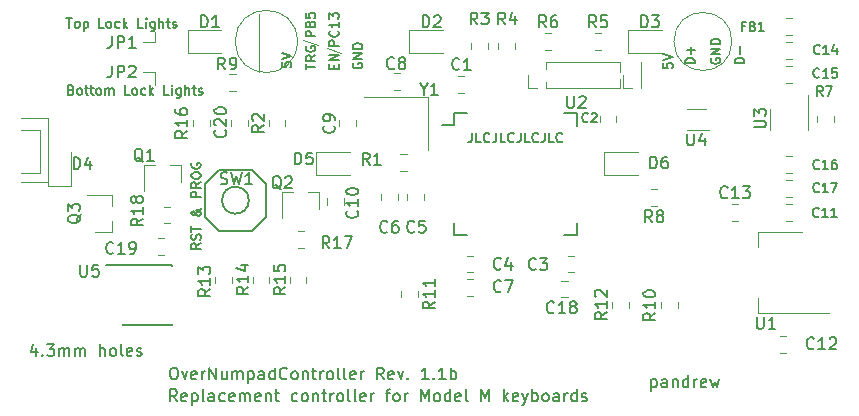
<source format=gbr>
%TF.GenerationSoftware,KiCad,Pcbnew,5.1.6+dfsg1-1~bpo10+1*%
%TF.CreationDate,2021-04-22T00:57:50+03:00*%
%TF.ProjectId,controller,636f6e74-726f-46c6-9c65-722e6b696361,rev?*%
%TF.SameCoordinates,PX3cfccb0PYa197300*%
%TF.FileFunction,Legend,Top*%
%TF.FilePolarity,Positive*%
%FSLAX46Y46*%
G04 Gerber Fmt 4.6, Leading zero omitted, Abs format (unit mm)*
G04 Created by KiCad (PCBNEW 5.1.6+dfsg1-1~bpo10+1) date 2021-04-22 00:57:50*
%MOMM*%
%LPD*%
G01*
G04 APERTURE LIST*
%ADD10C,0.150000*%
%ADD11C,0.120000*%
G04 APERTURE END LIST*
D10*
X15271904Y17468096D02*
X14890952Y17201429D01*
X15271904Y17010953D02*
X14471904Y17010953D01*
X14471904Y17315715D01*
X14510000Y17391905D01*
X14548095Y17430000D01*
X14624285Y17468096D01*
X14738571Y17468096D01*
X14814761Y17430000D01*
X14852857Y17391905D01*
X14890952Y17315715D01*
X14890952Y17010953D01*
X15233809Y17772858D02*
X15271904Y17887143D01*
X15271904Y18077620D01*
X15233809Y18153810D01*
X15195714Y18191905D01*
X15119523Y18230000D01*
X15043333Y18230000D01*
X14967142Y18191905D01*
X14929047Y18153810D01*
X14890952Y18077620D01*
X14852857Y17925239D01*
X14814761Y17849048D01*
X14776666Y17810953D01*
X14700476Y17772858D01*
X14624285Y17772858D01*
X14548095Y17810953D01*
X14510000Y17849048D01*
X14471904Y17925239D01*
X14471904Y18115715D01*
X14510000Y18230000D01*
X14471904Y18458572D02*
X14471904Y18915715D01*
X15271904Y18687143D02*
X14471904Y18687143D01*
X15271904Y20439524D02*
X15271904Y20401429D01*
X15233809Y20325239D01*
X15119523Y20210953D01*
X14890952Y20020477D01*
X14776666Y19944286D01*
X14662380Y19906191D01*
X14586190Y19906191D01*
X14510000Y19944286D01*
X14471904Y20020477D01*
X14471904Y20058572D01*
X14510000Y20134762D01*
X14586190Y20172858D01*
X14624285Y20172858D01*
X14700476Y20134762D01*
X14738571Y20096667D01*
X14890952Y19868096D01*
X14929047Y19830000D01*
X15005238Y19791905D01*
X15119523Y19791905D01*
X15195714Y19830000D01*
X15233809Y19868096D01*
X15271904Y19944286D01*
X15271904Y20058572D01*
X15233809Y20134762D01*
X15195714Y20172858D01*
X15043333Y20287143D01*
X14929047Y20325239D01*
X14852857Y20325239D01*
X15271904Y21391905D02*
X14471904Y21391905D01*
X14471904Y21696667D01*
X14510000Y21772858D01*
X14548095Y21810953D01*
X14624285Y21849048D01*
X14738571Y21849048D01*
X14814761Y21810953D01*
X14852857Y21772858D01*
X14890952Y21696667D01*
X14890952Y21391905D01*
X15271904Y22649048D02*
X14890952Y22382381D01*
X15271904Y22191905D02*
X14471904Y22191905D01*
X14471904Y22496667D01*
X14510000Y22572858D01*
X14548095Y22610953D01*
X14624285Y22649048D01*
X14738571Y22649048D01*
X14814761Y22610953D01*
X14852857Y22572858D01*
X14890952Y22496667D01*
X14890952Y22191905D01*
X14471904Y23144286D02*
X14471904Y23296667D01*
X14510000Y23372858D01*
X14586190Y23449048D01*
X14738571Y23487143D01*
X15005238Y23487143D01*
X15157619Y23449048D01*
X15233809Y23372858D01*
X15271904Y23296667D01*
X15271904Y23144286D01*
X15233809Y23068096D01*
X15157619Y22991905D01*
X15005238Y22953810D01*
X14738571Y22953810D01*
X14586190Y22991905D01*
X14510000Y23068096D01*
X14471904Y23144286D01*
X14510000Y24249048D02*
X14471904Y24172858D01*
X14471904Y24058572D01*
X14510000Y23944286D01*
X14586190Y23868096D01*
X14662380Y23830000D01*
X14814761Y23791905D01*
X14929047Y23791905D01*
X15081428Y23830000D01*
X15157619Y23868096D01*
X15233809Y23944286D01*
X15271904Y24058572D01*
X15271904Y24134762D01*
X15233809Y24249048D01*
X15195714Y24287143D01*
X14929047Y24287143D01*
X14929047Y24134762D01*
X3893378Y36512856D02*
X4350520Y36512856D01*
X4121949Y35712856D02*
X4121949Y36512856D01*
X4731473Y35712856D02*
X4655282Y35750951D01*
X4617187Y35789046D01*
X4579092Y35865237D01*
X4579092Y36093808D01*
X4617187Y36169999D01*
X4655282Y36208094D01*
X4731473Y36246189D01*
X4845759Y36246189D01*
X4921949Y36208094D01*
X4960044Y36169999D01*
X4998140Y36093808D01*
X4998140Y35865237D01*
X4960044Y35789046D01*
X4921949Y35750951D01*
X4845759Y35712856D01*
X4731473Y35712856D01*
X5340997Y36246189D02*
X5340997Y35446189D01*
X5340997Y36208094D02*
X5417187Y36246189D01*
X5569568Y36246189D01*
X5645759Y36208094D01*
X5683854Y36169999D01*
X5721949Y36093808D01*
X5721949Y35865237D01*
X5683854Y35789046D01*
X5645759Y35750951D01*
X5569568Y35712856D01*
X5417187Y35712856D01*
X5340997Y35750951D01*
X7055282Y35712856D02*
X6674330Y35712856D01*
X6674330Y36512856D01*
X7436235Y35712856D02*
X7360044Y35750951D01*
X7321949Y35789046D01*
X7283854Y35865237D01*
X7283854Y36093808D01*
X7321949Y36169999D01*
X7360044Y36208094D01*
X7436235Y36246189D01*
X7550520Y36246189D01*
X7626711Y36208094D01*
X7664806Y36169999D01*
X7702901Y36093808D01*
X7702901Y35865237D01*
X7664806Y35789046D01*
X7626711Y35750951D01*
X7550520Y35712856D01*
X7436235Y35712856D01*
X8388616Y35750951D02*
X8312425Y35712856D01*
X8160044Y35712856D01*
X8083854Y35750951D01*
X8045759Y35789046D01*
X8007663Y35865237D01*
X8007663Y36093808D01*
X8045759Y36169999D01*
X8083854Y36208094D01*
X8160044Y36246189D01*
X8312425Y36246189D01*
X8388616Y36208094D01*
X8731473Y35712856D02*
X8731473Y36512856D01*
X8807663Y36017618D02*
X9036235Y35712856D01*
X9036235Y36246189D02*
X8731473Y35941427D01*
X10369568Y35712856D02*
X9988616Y35712856D01*
X9988616Y36512856D01*
X10636235Y35712856D02*
X10636235Y36246189D01*
X10636235Y36512856D02*
X10598140Y36474760D01*
X10636235Y36436665D01*
X10674330Y36474760D01*
X10636235Y36512856D01*
X10636235Y36436665D01*
X11360044Y36246189D02*
X11360044Y35598570D01*
X11321949Y35522380D01*
X11283854Y35484284D01*
X11207663Y35446189D01*
X11093378Y35446189D01*
X11017187Y35484284D01*
X11360044Y35750951D02*
X11283854Y35712856D01*
X11131473Y35712856D01*
X11055282Y35750951D01*
X11017187Y35789046D01*
X10979092Y35865237D01*
X10979092Y36093808D01*
X11017187Y36169999D01*
X11055282Y36208094D01*
X11131473Y36246189D01*
X11283854Y36246189D01*
X11360044Y36208094D01*
X11740997Y35712856D02*
X11740997Y36512856D01*
X12083854Y35712856D02*
X12083854Y36131903D01*
X12045759Y36208094D01*
X11969568Y36246189D01*
X11855282Y36246189D01*
X11779092Y36208094D01*
X11740997Y36169999D01*
X12350520Y36246189D02*
X12655282Y36246189D01*
X12464806Y36512856D02*
X12464806Y35827141D01*
X12502901Y35750951D01*
X12579092Y35712856D01*
X12655282Y35712856D01*
X12883854Y35750951D02*
X12960044Y35712856D01*
X13112425Y35712856D01*
X13188616Y35750951D01*
X13226711Y35827141D01*
X13226711Y35865237D01*
X13188616Y35941427D01*
X13112425Y35979522D01*
X12998139Y35979522D01*
X12921949Y36017618D01*
X12883854Y36093808D01*
X12883854Y36131903D01*
X12921949Y36208094D01*
X12998139Y36246189D01*
X13112425Y36246189D01*
X13188616Y36208094D01*
X1331904Y8604286D02*
X1331904Y7937620D01*
X1093809Y8985239D02*
X855714Y8270953D01*
X1474761Y8270953D01*
X1855714Y8032858D02*
X1903333Y7985239D01*
X1855714Y7937620D01*
X1808095Y7985239D01*
X1855714Y8032858D01*
X1855714Y7937620D01*
X2236666Y8937620D02*
X2855714Y8937620D01*
X2522380Y8556667D01*
X2665238Y8556667D01*
X2760476Y8509048D01*
X2808095Y8461429D01*
X2855714Y8366191D01*
X2855714Y8128096D01*
X2808095Y8032858D01*
X2760476Y7985239D01*
X2665238Y7937620D01*
X2379523Y7937620D01*
X2284285Y7985239D01*
X2236666Y8032858D01*
X3284285Y7937620D02*
X3284285Y8604286D01*
X3284285Y8509048D02*
X3331904Y8556667D01*
X3427142Y8604286D01*
X3570000Y8604286D01*
X3665238Y8556667D01*
X3712857Y8461429D01*
X3712857Y7937620D01*
X3712857Y8461429D02*
X3760476Y8556667D01*
X3855714Y8604286D01*
X3998571Y8604286D01*
X4093809Y8556667D01*
X4141428Y8461429D01*
X4141428Y7937620D01*
X4617619Y7937620D02*
X4617619Y8604286D01*
X4617619Y8509048D02*
X4665238Y8556667D01*
X4760476Y8604286D01*
X4903333Y8604286D01*
X4998571Y8556667D01*
X5046190Y8461429D01*
X5046190Y7937620D01*
X5046190Y8461429D02*
X5093809Y8556667D01*
X5189047Y8604286D01*
X5331904Y8604286D01*
X5427142Y8556667D01*
X5474761Y8461429D01*
X5474761Y7937620D01*
X6712857Y7937620D02*
X6712857Y8937620D01*
X7141428Y7937620D02*
X7141428Y8461429D01*
X7093809Y8556667D01*
X6998571Y8604286D01*
X6855714Y8604286D01*
X6760476Y8556667D01*
X6712857Y8509048D01*
X7760476Y7937620D02*
X7665238Y7985239D01*
X7617619Y8032858D01*
X7570000Y8128096D01*
X7570000Y8413810D01*
X7617619Y8509048D01*
X7665238Y8556667D01*
X7760476Y8604286D01*
X7903333Y8604286D01*
X7998571Y8556667D01*
X8046190Y8509048D01*
X8093809Y8413810D01*
X8093809Y8128096D01*
X8046190Y8032858D01*
X7998571Y7985239D01*
X7903333Y7937620D01*
X7760476Y7937620D01*
X8665238Y7937620D02*
X8570000Y7985239D01*
X8522380Y8080477D01*
X8522380Y8937620D01*
X9427142Y7985239D02*
X9331904Y7937620D01*
X9141428Y7937620D01*
X9046190Y7985239D01*
X8998571Y8080477D01*
X8998571Y8461429D01*
X9046190Y8556667D01*
X9141428Y8604286D01*
X9331904Y8604286D01*
X9427142Y8556667D01*
X9474761Y8461429D01*
X9474761Y8366191D01*
X8998571Y8270953D01*
X9855714Y7985239D02*
X9950952Y7937620D01*
X10141428Y7937620D01*
X10236666Y7985239D01*
X10284285Y8080477D01*
X10284285Y8128096D01*
X10236666Y8223334D01*
X10141428Y8270953D01*
X9998571Y8270953D01*
X9903333Y8318572D01*
X9855714Y8413810D01*
X9855714Y8461429D01*
X9903333Y8556667D01*
X9998571Y8604286D01*
X10141428Y8604286D01*
X10236666Y8556667D01*
D11*
X25932980Y34030060D02*
X27177580Y33600800D01*
X23931460Y34710780D02*
X25176060Y34281520D01*
D10*
X26955284Y34198657D02*
X26155284Y34198657D01*
X26155284Y34503419D01*
X26193380Y34579609D01*
X26231475Y34617704D01*
X26307665Y34655800D01*
X26421951Y34655800D01*
X26498141Y34617704D01*
X26536237Y34579609D01*
X26574332Y34503419D01*
X26574332Y34198657D01*
X26879094Y35455800D02*
X26917189Y35417704D01*
X26955284Y35303419D01*
X26955284Y35227228D01*
X26917189Y35112942D01*
X26840999Y35036752D01*
X26764808Y34998657D01*
X26612427Y34960561D01*
X26498141Y34960561D01*
X26345760Y34998657D01*
X26269570Y35036752D01*
X26193380Y35112942D01*
X26155284Y35227228D01*
X26155284Y35303419D01*
X26193380Y35417704D01*
X26231475Y35455800D01*
X26955284Y36217704D02*
X26955284Y35760561D01*
X26955284Y35989133D02*
X26155284Y35989133D01*
X26269570Y35912942D01*
X26345760Y35836752D01*
X26383856Y35760561D01*
X26155284Y36484371D02*
X26155284Y36979609D01*
X26460046Y36712942D01*
X26460046Y36827228D01*
X26498141Y36903419D01*
X26536237Y36941514D01*
X26612427Y36979609D01*
X26802903Y36979609D01*
X26879094Y36941514D01*
X26917189Y36903419D01*
X26955284Y36827228D01*
X26955284Y36598657D01*
X26917189Y36522466D01*
X26879094Y36484371D01*
X24953764Y34983517D02*
X24153764Y34983517D01*
X24153764Y35288279D01*
X24191860Y35364469D01*
X24229955Y35402564D01*
X24306145Y35440660D01*
X24420431Y35440660D01*
X24496621Y35402564D01*
X24534717Y35364469D01*
X24572812Y35288279D01*
X24572812Y34983517D01*
X24534717Y36050183D02*
X24572812Y36164469D01*
X24610907Y36202564D01*
X24687098Y36240660D01*
X24801383Y36240660D01*
X24877574Y36202564D01*
X24915669Y36164469D01*
X24953764Y36088279D01*
X24953764Y35783517D01*
X24153764Y35783517D01*
X24153764Y36050183D01*
X24191860Y36126374D01*
X24229955Y36164469D01*
X24306145Y36202564D01*
X24382336Y36202564D01*
X24458526Y36164469D01*
X24496621Y36126374D01*
X24534717Y36050183D01*
X24534717Y35783517D01*
X24153764Y36964469D02*
X24153764Y36583517D01*
X24534717Y36545421D01*
X24496621Y36583517D01*
X24458526Y36659707D01*
X24458526Y36850183D01*
X24496621Y36926374D01*
X24534717Y36964469D01*
X24610907Y37002564D01*
X24801383Y37002564D01*
X24877574Y36964469D01*
X24915669Y36926374D01*
X24953764Y36850183D01*
X24953764Y36659707D01*
X24915669Y36583517D01*
X24877574Y36545421D01*
D11*
X11387800Y31937100D02*
X10364180Y31937100D01*
X11387800Y30890620D02*
X11387800Y31937100D01*
X11387800Y34543140D02*
X11387800Y35358480D01*
X10364180Y34543140D02*
X11387800Y34543140D01*
D10*
X4298596Y30472783D02*
X4412881Y30434688D01*
X4450977Y30396593D01*
X4489072Y30320402D01*
X4489072Y30206117D01*
X4450977Y30129926D01*
X4412881Y30091831D01*
X4336691Y30053736D01*
X4031929Y30053736D01*
X4031929Y30853736D01*
X4298596Y30853736D01*
X4374786Y30815640D01*
X4412881Y30777545D01*
X4450977Y30701355D01*
X4450977Y30625164D01*
X4412881Y30548974D01*
X4374786Y30510879D01*
X4298596Y30472783D01*
X4031929Y30472783D01*
X4946215Y30053736D02*
X4870024Y30091831D01*
X4831929Y30129926D01*
X4793834Y30206117D01*
X4793834Y30434688D01*
X4831929Y30510879D01*
X4870024Y30548974D01*
X4946215Y30587069D01*
X5060500Y30587069D01*
X5136691Y30548974D01*
X5174786Y30510879D01*
X5212881Y30434688D01*
X5212881Y30206117D01*
X5174786Y30129926D01*
X5136691Y30091831D01*
X5060500Y30053736D01*
X4946215Y30053736D01*
X5441453Y30587069D02*
X5746215Y30587069D01*
X5555739Y30853736D02*
X5555739Y30168021D01*
X5593834Y30091831D01*
X5670024Y30053736D01*
X5746215Y30053736D01*
X5898596Y30587069D02*
X6203358Y30587069D01*
X6012881Y30853736D02*
X6012881Y30168021D01*
X6050977Y30091831D01*
X6127167Y30053736D01*
X6203358Y30053736D01*
X6584310Y30053736D02*
X6508120Y30091831D01*
X6470024Y30129926D01*
X6431929Y30206117D01*
X6431929Y30434688D01*
X6470024Y30510879D01*
X6508120Y30548974D01*
X6584310Y30587069D01*
X6698596Y30587069D01*
X6774786Y30548974D01*
X6812881Y30510879D01*
X6850977Y30434688D01*
X6850977Y30206117D01*
X6812881Y30129926D01*
X6774786Y30091831D01*
X6698596Y30053736D01*
X6584310Y30053736D01*
X7193834Y30053736D02*
X7193834Y30587069D01*
X7193834Y30510879D02*
X7231929Y30548974D01*
X7308120Y30587069D01*
X7422405Y30587069D01*
X7498596Y30548974D01*
X7536691Y30472783D01*
X7536691Y30053736D01*
X7536691Y30472783D02*
X7574786Y30548974D01*
X7650977Y30587069D01*
X7765262Y30587069D01*
X7841453Y30548974D01*
X7879548Y30472783D01*
X7879548Y30053736D01*
X9250977Y30053736D02*
X8870024Y30053736D01*
X8870024Y30853736D01*
X9631929Y30053736D02*
X9555739Y30091831D01*
X9517643Y30129926D01*
X9479548Y30206117D01*
X9479548Y30434688D01*
X9517643Y30510879D01*
X9555739Y30548974D01*
X9631929Y30587069D01*
X9746215Y30587069D01*
X9822405Y30548974D01*
X9860500Y30510879D01*
X9898596Y30434688D01*
X9898596Y30206117D01*
X9860500Y30129926D01*
X9822405Y30091831D01*
X9746215Y30053736D01*
X9631929Y30053736D01*
X10584310Y30091831D02*
X10508120Y30053736D01*
X10355739Y30053736D01*
X10279548Y30091831D01*
X10241453Y30129926D01*
X10203358Y30206117D01*
X10203358Y30434688D01*
X10241453Y30510879D01*
X10279548Y30548974D01*
X10355739Y30587069D01*
X10508120Y30587069D01*
X10584310Y30548974D01*
X10927167Y30053736D02*
X10927167Y30853736D01*
X11003358Y30358498D02*
X11231929Y30053736D01*
X11231929Y30587069D02*
X10927167Y30282307D01*
X12565262Y30053736D02*
X12184310Y30053736D01*
X12184310Y30853736D01*
X12831929Y30053736D02*
X12831929Y30587069D01*
X12831929Y30853736D02*
X12793834Y30815640D01*
X12831929Y30777545D01*
X12870024Y30815640D01*
X12831929Y30853736D01*
X12831929Y30777545D01*
X13555739Y30587069D02*
X13555739Y29939450D01*
X13517643Y29863260D01*
X13479548Y29825164D01*
X13403358Y29787069D01*
X13289072Y29787069D01*
X13212881Y29825164D01*
X13555739Y30091831D02*
X13479548Y30053736D01*
X13327167Y30053736D01*
X13250977Y30091831D01*
X13212881Y30129926D01*
X13174786Y30206117D01*
X13174786Y30434688D01*
X13212881Y30510879D01*
X13250977Y30548974D01*
X13327167Y30587069D01*
X13479548Y30587069D01*
X13555739Y30548974D01*
X13936691Y30053736D02*
X13936691Y30853736D01*
X14279548Y30053736D02*
X14279548Y30472783D01*
X14241453Y30548974D01*
X14165262Y30587069D01*
X14050977Y30587069D01*
X13974786Y30548974D01*
X13936691Y30510879D01*
X14546215Y30587069D02*
X14850977Y30587069D01*
X14660500Y30853736D02*
X14660500Y30168021D01*
X14698596Y30091831D01*
X14774786Y30053736D01*
X14850977Y30053736D01*
X15079548Y30091831D02*
X15155739Y30053736D01*
X15308120Y30053736D01*
X15384310Y30091831D01*
X15422405Y30168021D01*
X15422405Y30206117D01*
X15384310Y30282307D01*
X15308120Y30320402D01*
X15193834Y30320402D01*
X15117643Y30358498D01*
X15079548Y30434688D01*
X15079548Y30472783D01*
X15117643Y30548974D01*
X15193834Y30587069D01*
X15308120Y30587069D01*
X15384310Y30548974D01*
X22129384Y32788020D02*
X22129384Y32407067D01*
X22510337Y32368972D01*
X22472241Y32407067D01*
X22434146Y32483258D01*
X22434146Y32673734D01*
X22472241Y32749924D01*
X22510337Y32788020D01*
X22586527Y32826115D01*
X22777003Y32826115D01*
X22853194Y32788020D01*
X22891289Y32749924D01*
X22929384Y32673734D01*
X22929384Y32483258D01*
X22891289Y32407067D01*
X22853194Y32368972D01*
X22129384Y33054686D02*
X22929384Y33321353D01*
X22129384Y33588020D01*
X24153764Y32207311D02*
X24153764Y32664454D01*
X24953764Y32435882D02*
X24153764Y32435882D01*
X24953764Y33388263D02*
X24572812Y33121597D01*
X24953764Y32931120D02*
X24153764Y32931120D01*
X24153764Y33235882D01*
X24191860Y33312073D01*
X24229955Y33350168D01*
X24306145Y33388263D01*
X24420431Y33388263D01*
X24496621Y33350168D01*
X24534717Y33312073D01*
X24572812Y33235882D01*
X24572812Y32931120D01*
X24191860Y34150168D02*
X24153764Y34073978D01*
X24153764Y33959692D01*
X24191860Y33845406D01*
X24268050Y33769216D01*
X24344240Y33731120D01*
X24496621Y33693025D01*
X24610907Y33693025D01*
X24763288Y33731120D01*
X24839479Y33769216D01*
X24915669Y33845406D01*
X24953764Y33959692D01*
X24953764Y34035882D01*
X24915669Y34150168D01*
X24877574Y34188263D01*
X24610907Y34188263D01*
X24610907Y34035882D01*
X26536237Y32258097D02*
X26536237Y32524763D01*
X26955284Y32639049D02*
X26955284Y32258097D01*
X26155284Y32258097D01*
X26155284Y32639049D01*
X26955284Y32981906D02*
X26155284Y32981906D01*
X26955284Y33439049D01*
X26155284Y33439049D01*
X28192360Y32734737D02*
X28154264Y32658546D01*
X28154264Y32544260D01*
X28192360Y32429975D01*
X28268550Y32353784D01*
X28344740Y32315689D01*
X28497121Y32277594D01*
X28611407Y32277594D01*
X28763788Y32315689D01*
X28839979Y32353784D01*
X28916169Y32429975D01*
X28954264Y32544260D01*
X28954264Y32620451D01*
X28916169Y32734737D01*
X28878074Y32772832D01*
X28611407Y32772832D01*
X28611407Y32620451D01*
X28954264Y33115689D02*
X28154264Y33115689D01*
X28954264Y33572832D01*
X28154264Y33572832D01*
X28954264Y33953784D02*
X28154264Y33953784D01*
X28154264Y34144260D01*
X28192360Y34258546D01*
X28268550Y34334737D01*
X28344740Y34372832D01*
X28497121Y34410927D01*
X28611407Y34410927D01*
X28763788Y34372832D01*
X28839979Y34334737D01*
X28916169Y34258546D01*
X28954264Y34144260D01*
X28954264Y33953784D01*
X61263064Y32728399D02*
X60463064Y32728399D01*
X60463064Y32918875D01*
X60501160Y33033160D01*
X60577350Y33109351D01*
X60653540Y33147446D01*
X60805921Y33185541D01*
X60920207Y33185541D01*
X61072588Y33147446D01*
X61148779Y33109351D01*
X61224969Y33033160D01*
X61263064Y32918875D01*
X61263064Y32728399D01*
X60958302Y33528399D02*
X60958302Y34137922D01*
X57082224Y32708079D02*
X56282224Y32708079D01*
X56282224Y32898555D01*
X56320320Y33012840D01*
X56396510Y33089031D01*
X56472700Y33127126D01*
X56625081Y33165221D01*
X56739367Y33165221D01*
X56891748Y33127126D01*
X56967939Y33089031D01*
X57044129Y33012840D01*
X57082224Y32898555D01*
X57082224Y32708079D01*
X56777462Y33508079D02*
X56777462Y34117602D01*
X57082224Y33812840D02*
X56472700Y33812840D01*
X58492020Y33123357D02*
X58453924Y33047166D01*
X58453924Y32932880D01*
X58492020Y32818595D01*
X58568210Y32742404D01*
X58644400Y32704309D01*
X58796781Y32666214D01*
X58911067Y32666214D01*
X59063448Y32704309D01*
X59139639Y32742404D01*
X59215829Y32818595D01*
X59253924Y32932880D01*
X59253924Y33009071D01*
X59215829Y33123357D01*
X59177734Y33161452D01*
X58911067Y33161452D01*
X58911067Y33009071D01*
X59253924Y33504309D02*
X58453924Y33504309D01*
X59253924Y33961452D01*
X58453924Y33961452D01*
X59253924Y34342404D02*
X58453924Y34342404D01*
X58453924Y34532880D01*
X58492020Y34647166D01*
X58568210Y34723357D01*
X58644400Y34761452D01*
X58796781Y34799547D01*
X58911067Y34799547D01*
X59063448Y34761452D01*
X59139639Y34723357D01*
X59215829Y34647166D01*
X59253924Y34532880D01*
X59253924Y34342404D01*
X54428024Y32714360D02*
X54428024Y32333407D01*
X54808977Y32295312D01*
X54770881Y32333407D01*
X54732786Y32409598D01*
X54732786Y32600074D01*
X54770881Y32676264D01*
X54808977Y32714360D01*
X54885167Y32752455D01*
X55075643Y32752455D01*
X55151834Y32714360D01*
X55189929Y32676264D01*
X55228024Y32600074D01*
X55228024Y32409598D01*
X55189929Y32333407D01*
X55151834Y32295312D01*
X54428024Y32981026D02*
X55228024Y33247693D01*
X54428024Y33514360D01*
D11*
X20160000Y36841840D02*
X20160000Y31947260D01*
D10*
X12895451Y6952640D02*
X13085927Y6952640D01*
X13181165Y6905020D01*
X13276403Y6809782D01*
X13324022Y6619306D01*
X13324022Y6285973D01*
X13276403Y6095497D01*
X13181165Y6000259D01*
X13085927Y5952640D01*
X12895451Y5952640D01*
X12800213Y6000259D01*
X12704975Y6095497D01*
X12657356Y6285973D01*
X12657356Y6619306D01*
X12704975Y6809782D01*
X12800213Y6905020D01*
X12895451Y6952640D01*
X13657356Y6619306D02*
X13895451Y5952640D01*
X14133546Y6619306D01*
X14895451Y6000259D02*
X14800213Y5952640D01*
X14609737Y5952640D01*
X14514499Y6000259D01*
X14466880Y6095497D01*
X14466880Y6476449D01*
X14514499Y6571687D01*
X14609737Y6619306D01*
X14800213Y6619306D01*
X14895451Y6571687D01*
X14943070Y6476449D01*
X14943070Y6381211D01*
X14466880Y6285973D01*
X15371641Y5952640D02*
X15371641Y6619306D01*
X15371641Y6428830D02*
X15419260Y6524068D01*
X15466880Y6571687D01*
X15562118Y6619306D01*
X15657356Y6619306D01*
X15990689Y5952640D02*
X15990689Y6952640D01*
X16562118Y5952640D01*
X16562118Y6952640D01*
X17466880Y6619306D02*
X17466880Y5952640D01*
X17038308Y6619306D02*
X17038308Y6095497D01*
X17085927Y6000259D01*
X17181165Y5952640D01*
X17324022Y5952640D01*
X17419260Y6000259D01*
X17466880Y6047878D01*
X17943070Y5952640D02*
X17943070Y6619306D01*
X17943070Y6524068D02*
X17990689Y6571687D01*
X18085927Y6619306D01*
X18228784Y6619306D01*
X18324022Y6571687D01*
X18371641Y6476449D01*
X18371641Y5952640D01*
X18371641Y6476449D02*
X18419260Y6571687D01*
X18514499Y6619306D01*
X18657356Y6619306D01*
X18752594Y6571687D01*
X18800213Y6476449D01*
X18800213Y5952640D01*
X19276403Y6619306D02*
X19276403Y5619306D01*
X19276403Y6571687D02*
X19371641Y6619306D01*
X19562118Y6619306D01*
X19657356Y6571687D01*
X19704975Y6524068D01*
X19752594Y6428830D01*
X19752594Y6143116D01*
X19704975Y6047878D01*
X19657356Y6000259D01*
X19562118Y5952640D01*
X19371641Y5952640D01*
X19276403Y6000259D01*
X20609737Y5952640D02*
X20609737Y6476449D01*
X20562118Y6571687D01*
X20466880Y6619306D01*
X20276403Y6619306D01*
X20181165Y6571687D01*
X20609737Y6000259D02*
X20514499Y5952640D01*
X20276403Y5952640D01*
X20181165Y6000259D01*
X20133546Y6095497D01*
X20133546Y6190735D01*
X20181165Y6285973D01*
X20276403Y6333592D01*
X20514499Y6333592D01*
X20609737Y6381211D01*
X21514499Y5952640D02*
X21514499Y6952640D01*
X21514499Y6000259D02*
X21419260Y5952640D01*
X21228784Y5952640D01*
X21133546Y6000259D01*
X21085927Y6047878D01*
X21038308Y6143116D01*
X21038308Y6428830D01*
X21085927Y6524068D01*
X21133546Y6571687D01*
X21228784Y6619306D01*
X21419260Y6619306D01*
X21514499Y6571687D01*
X22562118Y6047878D02*
X22514499Y6000259D01*
X22371641Y5952640D01*
X22276403Y5952640D01*
X22133546Y6000259D01*
X22038308Y6095497D01*
X21990689Y6190735D01*
X21943070Y6381211D01*
X21943070Y6524068D01*
X21990689Y6714544D01*
X22038308Y6809782D01*
X22133546Y6905020D01*
X22276403Y6952640D01*
X22371641Y6952640D01*
X22514499Y6905020D01*
X22562118Y6857401D01*
X23133546Y5952640D02*
X23038308Y6000259D01*
X22990689Y6047878D01*
X22943070Y6143116D01*
X22943070Y6428830D01*
X22990689Y6524068D01*
X23038308Y6571687D01*
X23133546Y6619306D01*
X23276403Y6619306D01*
X23371641Y6571687D01*
X23419260Y6524068D01*
X23466880Y6428830D01*
X23466880Y6143116D01*
X23419260Y6047878D01*
X23371641Y6000259D01*
X23276403Y5952640D01*
X23133546Y5952640D01*
X23895451Y6619306D02*
X23895451Y5952640D01*
X23895451Y6524068D02*
X23943070Y6571687D01*
X24038308Y6619306D01*
X24181165Y6619306D01*
X24276403Y6571687D01*
X24324022Y6476449D01*
X24324022Y5952640D01*
X24657356Y6619306D02*
X25038308Y6619306D01*
X24800213Y6952640D02*
X24800213Y6095497D01*
X24847832Y6000259D01*
X24943070Y5952640D01*
X25038308Y5952640D01*
X25371641Y5952640D02*
X25371641Y6619306D01*
X25371641Y6428830D02*
X25419260Y6524068D01*
X25466880Y6571687D01*
X25562118Y6619306D01*
X25657356Y6619306D01*
X26133546Y5952640D02*
X26038308Y6000259D01*
X25990689Y6047878D01*
X25943070Y6143116D01*
X25943070Y6428830D01*
X25990689Y6524068D01*
X26038308Y6571687D01*
X26133546Y6619306D01*
X26276403Y6619306D01*
X26371641Y6571687D01*
X26419260Y6524068D01*
X26466880Y6428830D01*
X26466880Y6143116D01*
X26419260Y6047878D01*
X26371641Y6000259D01*
X26276403Y5952640D01*
X26133546Y5952640D01*
X27038308Y5952640D02*
X26943070Y6000259D01*
X26895451Y6095497D01*
X26895451Y6952640D01*
X27562118Y5952640D02*
X27466880Y6000259D01*
X27419260Y6095497D01*
X27419260Y6952640D01*
X28324022Y6000259D02*
X28228784Y5952640D01*
X28038308Y5952640D01*
X27943070Y6000259D01*
X27895451Y6095497D01*
X27895451Y6476449D01*
X27943070Y6571687D01*
X28038308Y6619306D01*
X28228784Y6619306D01*
X28324022Y6571687D01*
X28371641Y6476449D01*
X28371641Y6381211D01*
X27895451Y6285973D01*
X28800213Y5952640D02*
X28800213Y6619306D01*
X28800213Y6428830D02*
X28847832Y6524068D01*
X28895451Y6571687D01*
X28990689Y6619306D01*
X29085927Y6619306D01*
X30752594Y5952640D02*
X30419260Y6428830D01*
X30181165Y5952640D02*
X30181165Y6952640D01*
X30562118Y6952640D01*
X30657356Y6905020D01*
X30704975Y6857401D01*
X30752594Y6762163D01*
X30752594Y6619306D01*
X30704975Y6524068D01*
X30657356Y6476449D01*
X30562118Y6428830D01*
X30181165Y6428830D01*
X31562118Y6000259D02*
X31466880Y5952640D01*
X31276403Y5952640D01*
X31181165Y6000259D01*
X31133546Y6095497D01*
X31133546Y6476449D01*
X31181165Y6571687D01*
X31276403Y6619306D01*
X31466880Y6619306D01*
X31562118Y6571687D01*
X31609737Y6476449D01*
X31609737Y6381211D01*
X31133546Y6285973D01*
X31943070Y6619306D02*
X32181165Y5952640D01*
X32419260Y6619306D01*
X32800213Y6047878D02*
X32847832Y6000259D01*
X32800213Y5952640D01*
X32752594Y6000259D01*
X32800213Y6047878D01*
X32800213Y5952640D01*
X34562118Y5952640D02*
X33990689Y5952640D01*
X34276403Y5952640D02*
X34276403Y6952640D01*
X34181165Y6809782D01*
X34085927Y6714544D01*
X33990689Y6666925D01*
X34990689Y6047878D02*
X35038308Y6000259D01*
X34990689Y5952640D01*
X34943070Y6000259D01*
X34990689Y6047878D01*
X34990689Y5952640D01*
X35990689Y5952640D02*
X35419260Y5952640D01*
X35704975Y5952640D02*
X35704975Y6952640D01*
X35609737Y6809782D01*
X35514499Y6714544D01*
X35419260Y6666925D01*
X36419260Y5952640D02*
X36419260Y6952640D01*
X36419260Y6571687D02*
X36514499Y6619306D01*
X36704975Y6619306D01*
X36800213Y6571687D01*
X36847832Y6524068D01*
X36895451Y6428830D01*
X36895451Y6143116D01*
X36847832Y6047878D01*
X36800213Y6000259D01*
X36704975Y5952640D01*
X36514499Y5952640D01*
X36419260Y6000259D01*
X53416666Y5954286D02*
X53416666Y4954286D01*
X53416666Y5906667D02*
X53511904Y5954286D01*
X53702380Y5954286D01*
X53797619Y5906667D01*
X53845238Y5859048D01*
X53892857Y5763810D01*
X53892857Y5478096D01*
X53845238Y5382858D01*
X53797619Y5335239D01*
X53702380Y5287620D01*
X53511904Y5287620D01*
X53416666Y5335239D01*
X54750000Y5287620D02*
X54750000Y5811429D01*
X54702380Y5906667D01*
X54607142Y5954286D01*
X54416666Y5954286D01*
X54321428Y5906667D01*
X54750000Y5335239D02*
X54654761Y5287620D01*
X54416666Y5287620D01*
X54321428Y5335239D01*
X54273809Y5430477D01*
X54273809Y5525715D01*
X54321428Y5620953D01*
X54416666Y5668572D01*
X54654761Y5668572D01*
X54750000Y5716191D01*
X55226190Y5954286D02*
X55226190Y5287620D01*
X55226190Y5859048D02*
X55273809Y5906667D01*
X55369047Y5954286D01*
X55511904Y5954286D01*
X55607142Y5906667D01*
X55654761Y5811429D01*
X55654761Y5287620D01*
X56559523Y5287620D02*
X56559523Y6287620D01*
X56559523Y5335239D02*
X56464285Y5287620D01*
X56273809Y5287620D01*
X56178571Y5335239D01*
X56130952Y5382858D01*
X56083333Y5478096D01*
X56083333Y5763810D01*
X56130952Y5859048D01*
X56178571Y5906667D01*
X56273809Y5954286D01*
X56464285Y5954286D01*
X56559523Y5906667D01*
X57035714Y5287620D02*
X57035714Y5954286D01*
X57035714Y5763810D02*
X57083333Y5859048D01*
X57130952Y5906667D01*
X57226190Y5954286D01*
X57321428Y5954286D01*
X58035714Y5335239D02*
X57940476Y5287620D01*
X57750000Y5287620D01*
X57654761Y5335239D01*
X57607142Y5430477D01*
X57607142Y5811429D01*
X57654761Y5906667D01*
X57750000Y5954286D01*
X57940476Y5954286D01*
X58035714Y5906667D01*
X58083333Y5811429D01*
X58083333Y5716191D01*
X57607142Y5620953D01*
X58416666Y5954286D02*
X58607142Y5287620D01*
X58797619Y5763810D01*
X58988095Y5287620D01*
X59178571Y5954286D01*
X13240843Y4095900D02*
X12907510Y4572090D01*
X12669415Y4095900D02*
X12669415Y5095900D01*
X13050367Y5095900D01*
X13145605Y5048280D01*
X13193224Y5000661D01*
X13240843Y4905423D01*
X13240843Y4762566D01*
X13193224Y4667328D01*
X13145605Y4619709D01*
X13050367Y4572090D01*
X12669415Y4572090D01*
X14050367Y4143519D02*
X13955129Y4095900D01*
X13764653Y4095900D01*
X13669415Y4143519D01*
X13621796Y4238757D01*
X13621796Y4619709D01*
X13669415Y4714947D01*
X13764653Y4762566D01*
X13955129Y4762566D01*
X14050367Y4714947D01*
X14097986Y4619709D01*
X14097986Y4524471D01*
X13621796Y4429233D01*
X14526558Y4762566D02*
X14526558Y3762566D01*
X14526558Y4714947D02*
X14621796Y4762566D01*
X14812272Y4762566D01*
X14907510Y4714947D01*
X14955129Y4667328D01*
X15002748Y4572090D01*
X15002748Y4286376D01*
X14955129Y4191138D01*
X14907510Y4143519D01*
X14812272Y4095900D01*
X14621796Y4095900D01*
X14526558Y4143519D01*
X15574177Y4095900D02*
X15478939Y4143519D01*
X15431320Y4238757D01*
X15431320Y5095900D01*
X16383700Y4095900D02*
X16383700Y4619709D01*
X16336081Y4714947D01*
X16240843Y4762566D01*
X16050367Y4762566D01*
X15955129Y4714947D01*
X16383700Y4143519D02*
X16288462Y4095900D01*
X16050367Y4095900D01*
X15955129Y4143519D01*
X15907510Y4238757D01*
X15907510Y4333995D01*
X15955129Y4429233D01*
X16050367Y4476852D01*
X16288462Y4476852D01*
X16383700Y4524471D01*
X17288462Y4143519D02*
X17193224Y4095900D01*
X17002748Y4095900D01*
X16907510Y4143519D01*
X16859891Y4191138D01*
X16812272Y4286376D01*
X16812272Y4572090D01*
X16859891Y4667328D01*
X16907510Y4714947D01*
X17002748Y4762566D01*
X17193224Y4762566D01*
X17288462Y4714947D01*
X18097986Y4143519D02*
X18002748Y4095900D01*
X17812272Y4095900D01*
X17717034Y4143519D01*
X17669415Y4238757D01*
X17669415Y4619709D01*
X17717034Y4714947D01*
X17812272Y4762566D01*
X18002748Y4762566D01*
X18097986Y4714947D01*
X18145605Y4619709D01*
X18145605Y4524471D01*
X17669415Y4429233D01*
X18574177Y4095900D02*
X18574177Y4762566D01*
X18574177Y4667328D02*
X18621796Y4714947D01*
X18717034Y4762566D01*
X18859891Y4762566D01*
X18955129Y4714947D01*
X19002748Y4619709D01*
X19002748Y4095900D01*
X19002748Y4619709D02*
X19050367Y4714947D01*
X19145605Y4762566D01*
X19288462Y4762566D01*
X19383700Y4714947D01*
X19431320Y4619709D01*
X19431320Y4095900D01*
X20288462Y4143519D02*
X20193224Y4095900D01*
X20002748Y4095900D01*
X19907510Y4143519D01*
X19859891Y4238757D01*
X19859891Y4619709D01*
X19907510Y4714947D01*
X20002748Y4762566D01*
X20193224Y4762566D01*
X20288462Y4714947D01*
X20336081Y4619709D01*
X20336081Y4524471D01*
X19859891Y4429233D01*
X20764653Y4762566D02*
X20764653Y4095900D01*
X20764653Y4667328D02*
X20812272Y4714947D01*
X20907510Y4762566D01*
X21050367Y4762566D01*
X21145605Y4714947D01*
X21193224Y4619709D01*
X21193224Y4095900D01*
X21526558Y4762566D02*
X21907510Y4762566D01*
X21669415Y5095900D02*
X21669415Y4238757D01*
X21717034Y4143519D01*
X21812272Y4095900D01*
X21907510Y4095900D01*
X23431320Y4143519D02*
X23336081Y4095900D01*
X23145605Y4095900D01*
X23050367Y4143519D01*
X23002748Y4191138D01*
X22955129Y4286376D01*
X22955129Y4572090D01*
X23002748Y4667328D01*
X23050367Y4714947D01*
X23145605Y4762566D01*
X23336081Y4762566D01*
X23431320Y4714947D01*
X24002748Y4095900D02*
X23907510Y4143519D01*
X23859891Y4191138D01*
X23812272Y4286376D01*
X23812272Y4572090D01*
X23859891Y4667328D01*
X23907510Y4714947D01*
X24002748Y4762566D01*
X24145605Y4762566D01*
X24240843Y4714947D01*
X24288462Y4667328D01*
X24336081Y4572090D01*
X24336081Y4286376D01*
X24288462Y4191138D01*
X24240843Y4143519D01*
X24145605Y4095900D01*
X24002748Y4095900D01*
X24764653Y4762566D02*
X24764653Y4095900D01*
X24764653Y4667328D02*
X24812272Y4714947D01*
X24907510Y4762566D01*
X25050367Y4762566D01*
X25145605Y4714947D01*
X25193224Y4619709D01*
X25193224Y4095900D01*
X25526558Y4762566D02*
X25907510Y4762566D01*
X25669415Y5095900D02*
X25669415Y4238757D01*
X25717034Y4143519D01*
X25812272Y4095900D01*
X25907510Y4095900D01*
X26240843Y4095900D02*
X26240843Y4762566D01*
X26240843Y4572090D02*
X26288462Y4667328D01*
X26336081Y4714947D01*
X26431320Y4762566D01*
X26526558Y4762566D01*
X27002748Y4095900D02*
X26907510Y4143519D01*
X26859891Y4191138D01*
X26812272Y4286376D01*
X26812272Y4572090D01*
X26859891Y4667328D01*
X26907510Y4714947D01*
X27002748Y4762566D01*
X27145605Y4762566D01*
X27240843Y4714947D01*
X27288462Y4667328D01*
X27336081Y4572090D01*
X27336081Y4286376D01*
X27288462Y4191138D01*
X27240843Y4143519D01*
X27145605Y4095900D01*
X27002748Y4095900D01*
X27907510Y4095900D02*
X27812272Y4143519D01*
X27764653Y4238757D01*
X27764653Y5095900D01*
X28431320Y4095900D02*
X28336081Y4143519D01*
X28288462Y4238757D01*
X28288462Y5095900D01*
X29193224Y4143519D02*
X29097986Y4095900D01*
X28907510Y4095900D01*
X28812272Y4143519D01*
X28764653Y4238757D01*
X28764653Y4619709D01*
X28812272Y4714947D01*
X28907510Y4762566D01*
X29097986Y4762566D01*
X29193224Y4714947D01*
X29240843Y4619709D01*
X29240843Y4524471D01*
X28764653Y4429233D01*
X29669415Y4095900D02*
X29669415Y4762566D01*
X29669415Y4572090D02*
X29717034Y4667328D01*
X29764653Y4714947D01*
X29859891Y4762566D01*
X29955129Y4762566D01*
X30907510Y4762566D02*
X31288462Y4762566D01*
X31050367Y4095900D02*
X31050367Y4953042D01*
X31097986Y5048280D01*
X31193224Y5095900D01*
X31288462Y5095900D01*
X31764653Y4095900D02*
X31669415Y4143519D01*
X31621796Y4191138D01*
X31574177Y4286376D01*
X31574177Y4572090D01*
X31621796Y4667328D01*
X31669415Y4714947D01*
X31764653Y4762566D01*
X31907510Y4762566D01*
X32002748Y4714947D01*
X32050367Y4667328D01*
X32097986Y4572090D01*
X32097986Y4286376D01*
X32050367Y4191138D01*
X32002748Y4143519D01*
X31907510Y4095900D01*
X31764653Y4095900D01*
X32526558Y4095900D02*
X32526558Y4762566D01*
X32526558Y4572090D02*
X32574177Y4667328D01*
X32621796Y4714947D01*
X32717034Y4762566D01*
X32812272Y4762566D01*
X33907510Y4095900D02*
X33907510Y5095900D01*
X34240843Y4381614D01*
X34574177Y5095900D01*
X34574177Y4095900D01*
X35193224Y4095900D02*
X35097986Y4143519D01*
X35050367Y4191138D01*
X35002748Y4286376D01*
X35002748Y4572090D01*
X35050367Y4667328D01*
X35097986Y4714947D01*
X35193224Y4762566D01*
X35336081Y4762566D01*
X35431320Y4714947D01*
X35478939Y4667328D01*
X35526558Y4572090D01*
X35526558Y4286376D01*
X35478939Y4191138D01*
X35431320Y4143519D01*
X35336081Y4095900D01*
X35193224Y4095900D01*
X36383700Y4095900D02*
X36383700Y5095900D01*
X36383700Y4143519D02*
X36288462Y4095900D01*
X36097986Y4095900D01*
X36002748Y4143519D01*
X35955129Y4191138D01*
X35907510Y4286376D01*
X35907510Y4572090D01*
X35955129Y4667328D01*
X36002748Y4714947D01*
X36097986Y4762566D01*
X36288462Y4762566D01*
X36383700Y4714947D01*
X37240843Y4143519D02*
X37145605Y4095900D01*
X36955129Y4095900D01*
X36859891Y4143519D01*
X36812272Y4238757D01*
X36812272Y4619709D01*
X36859891Y4714947D01*
X36955129Y4762566D01*
X37145605Y4762566D01*
X37240843Y4714947D01*
X37288462Y4619709D01*
X37288462Y4524471D01*
X36812272Y4429233D01*
X37859891Y4095900D02*
X37764653Y4143519D01*
X37717034Y4238757D01*
X37717034Y5095900D01*
X39002748Y4095900D02*
X39002748Y5095900D01*
X39336081Y4381614D01*
X39669415Y5095900D01*
X39669415Y4095900D01*
X40907510Y4095900D02*
X40907510Y5095900D01*
X41002748Y4476852D02*
X41288462Y4095900D01*
X41288462Y4762566D02*
X40907510Y4381614D01*
X42097986Y4143519D02*
X42002748Y4095900D01*
X41812272Y4095900D01*
X41717034Y4143519D01*
X41669415Y4238757D01*
X41669415Y4619709D01*
X41717034Y4714947D01*
X41812272Y4762566D01*
X42002748Y4762566D01*
X42097986Y4714947D01*
X42145605Y4619709D01*
X42145605Y4524471D01*
X41669415Y4429233D01*
X42478939Y4762566D02*
X42717034Y4095900D01*
X42955129Y4762566D02*
X42717034Y4095900D01*
X42621796Y3857804D01*
X42574177Y3810185D01*
X42478939Y3762566D01*
X43336081Y4095900D02*
X43336081Y5095900D01*
X43336081Y4714947D02*
X43431319Y4762566D01*
X43621796Y4762566D01*
X43717034Y4714947D01*
X43764653Y4667328D01*
X43812272Y4572090D01*
X43812272Y4286376D01*
X43764653Y4191138D01*
X43717034Y4143519D01*
X43621796Y4095900D01*
X43431319Y4095900D01*
X43336081Y4143519D01*
X44383700Y4095900D02*
X44288462Y4143519D01*
X44240843Y4191138D01*
X44193224Y4286376D01*
X44193224Y4572090D01*
X44240843Y4667328D01*
X44288462Y4714947D01*
X44383700Y4762566D01*
X44526558Y4762566D01*
X44621796Y4714947D01*
X44669415Y4667328D01*
X44717034Y4572090D01*
X44717034Y4286376D01*
X44669415Y4191138D01*
X44621796Y4143519D01*
X44526558Y4095900D01*
X44383700Y4095900D01*
X45574177Y4095900D02*
X45574177Y4619709D01*
X45526558Y4714947D01*
X45431319Y4762566D01*
X45240843Y4762566D01*
X45145605Y4714947D01*
X45574177Y4143519D02*
X45478939Y4095900D01*
X45240843Y4095900D01*
X45145605Y4143519D01*
X45097986Y4238757D01*
X45097986Y4333995D01*
X45145605Y4429233D01*
X45240843Y4476852D01*
X45478939Y4476852D01*
X45574177Y4524471D01*
X46050367Y4095900D02*
X46050367Y4762566D01*
X46050367Y4572090D02*
X46097986Y4667328D01*
X46145605Y4714947D01*
X46240843Y4762566D01*
X46336081Y4762566D01*
X47097986Y4095900D02*
X47097986Y5095900D01*
X47097986Y4143519D02*
X47002748Y4095900D01*
X46812272Y4095900D01*
X46717034Y4143519D01*
X46669415Y4191138D01*
X46621796Y4286376D01*
X46621796Y4572090D01*
X46669415Y4667328D01*
X46717034Y4714947D01*
X46812272Y4762566D01*
X47002748Y4762566D01*
X47097986Y4714947D01*
X47526558Y4143519D02*
X47621796Y4095900D01*
X47812272Y4095900D01*
X47907510Y4143519D01*
X47955129Y4238757D01*
X47955129Y4286376D01*
X47907510Y4381614D01*
X47812272Y4429233D01*
X47669415Y4429233D01*
X47574177Y4476852D01*
X47526558Y4572090D01*
X47526558Y4619709D01*
X47574177Y4714947D01*
X47669415Y4762566D01*
X47812272Y4762566D01*
X47907510Y4714947D01*
X38221961Y26815136D02*
X38221961Y26243707D01*
X38183866Y26129421D01*
X38107676Y26053231D01*
X37993390Y26015136D01*
X37917200Y26015136D01*
X38983866Y26015136D02*
X38602914Y26015136D01*
X38602914Y26815136D01*
X39707676Y26091326D02*
X39669580Y26053231D01*
X39555295Y26015136D01*
X39479104Y26015136D01*
X39364819Y26053231D01*
X39288628Y26129421D01*
X39250533Y26205612D01*
X39212438Y26357993D01*
X39212438Y26472279D01*
X39250533Y26624660D01*
X39288628Y26700850D01*
X39364819Y26777040D01*
X39479104Y26815136D01*
X39555295Y26815136D01*
X39669580Y26777040D01*
X39707676Y26738945D01*
X40279104Y26815136D02*
X40279104Y26243707D01*
X40241009Y26129421D01*
X40164819Y26053231D01*
X40050533Y26015136D01*
X39974342Y26015136D01*
X41041009Y26015136D02*
X40660057Y26015136D01*
X40660057Y26815136D01*
X41764819Y26091326D02*
X41726723Y26053231D01*
X41612438Y26015136D01*
X41536247Y26015136D01*
X41421961Y26053231D01*
X41345771Y26129421D01*
X41307676Y26205612D01*
X41269580Y26357993D01*
X41269580Y26472279D01*
X41307676Y26624660D01*
X41345771Y26700850D01*
X41421961Y26777040D01*
X41536247Y26815136D01*
X41612438Y26815136D01*
X41726723Y26777040D01*
X41764819Y26738945D01*
X42336247Y26815136D02*
X42336247Y26243707D01*
X42298152Y26129421D01*
X42221961Y26053231D01*
X42107676Y26015136D01*
X42031485Y26015136D01*
X43098152Y26015136D02*
X42717200Y26015136D01*
X42717200Y26815136D01*
X43821961Y26091326D02*
X43783866Y26053231D01*
X43669580Y26015136D01*
X43593390Y26015136D01*
X43479104Y26053231D01*
X43402914Y26129421D01*
X43364819Y26205612D01*
X43326723Y26357993D01*
X43326723Y26472279D01*
X43364819Y26624660D01*
X43402914Y26700850D01*
X43479104Y26777040D01*
X43593390Y26815136D01*
X43669580Y26815136D01*
X43783866Y26777040D01*
X43821961Y26738945D01*
X44393390Y26815136D02*
X44393390Y26243707D01*
X44355295Y26129421D01*
X44279104Y26053231D01*
X44164819Y26015136D01*
X44088628Y26015136D01*
X45155295Y26015136D02*
X44774342Y26015136D01*
X44774342Y26815136D01*
X45879104Y26091326D02*
X45841009Y26053231D01*
X45726723Y26015136D01*
X45650533Y26015136D01*
X45536247Y26053231D01*
X45460057Y26129421D01*
X45421961Y26205612D01*
X45383866Y26357993D01*
X45383866Y26472279D01*
X45421961Y26624660D01*
X45460057Y26700850D01*
X45536247Y26777040D01*
X45650533Y26815136D01*
X45726723Y26815136D01*
X45841009Y26777040D01*
X45879104Y26738945D01*
D11*
X2320000Y22660000D02*
X60000Y22660000D01*
X2320000Y28060000D02*
X60000Y28060000D01*
X2320000Y28060000D02*
X2320000Y22660000D01*
X1630000Y27060000D02*
X1630000Y23460000D01*
X60000Y27060000D02*
X1630000Y27060000D01*
X60000Y23460000D02*
X1630000Y23460000D01*
X23451897Y34560000D02*
G75*
G03*
X23451897Y34560000I-2636897J0D01*
G01*
X60240081Y34560000D02*
G75*
G03*
X60240081Y34560000I-2460081J0D01*
G01*
%TO.C,R18*%
X12113748Y19155000D02*
X12636252Y19155000D01*
X12113748Y20575000D02*
X12636252Y20575000D01*
%TO.C,R17*%
X23986252Y18500000D02*
X23463748Y18500000D01*
X23986252Y17080000D02*
X23463748Y17080000D01*
%TO.C,Q3*%
X7785000Y18410000D02*
X6325000Y18410000D01*
X7785000Y21570000D02*
X5625000Y21570000D01*
X7785000Y21570000D02*
X7785000Y20640000D01*
X7785000Y18410000D02*
X7785000Y19340000D01*
%TO.C,Q2*%
X25305000Y21800000D02*
X25305000Y20340000D01*
X22145000Y21800000D02*
X22145000Y19640000D01*
X22145000Y21800000D02*
X23075000Y21800000D01*
X25305000Y21800000D02*
X24375000Y21800000D01*
D10*
%TO.C,SW1*%
X19335752Y21115000D02*
G75*
G03*
X19335752Y21115000I-1135752J0D01*
G01*
X15600000Y22509750D02*
X16805250Y23715000D01*
X15600000Y19720250D02*
X16805250Y18515000D01*
X20800000Y22509750D02*
X19594750Y23715000D01*
X20800000Y19720250D02*
X19594750Y18515000D01*
X16805250Y23715000D02*
X19594750Y23715000D01*
X15600000Y19720250D02*
X15600000Y22509750D01*
X19594750Y18515000D02*
X16805250Y18515000D01*
X20800000Y22509750D02*
X20800000Y19720250D01*
D11*
%TO.C,J4*%
X52561660Y30593420D02*
X52561660Y32813420D01*
X52561660Y30593420D02*
X52496660Y30593420D01*
X52561660Y32813420D02*
X52496660Y32813420D01*
X52561660Y30593420D02*
X52561660Y31139949D01*
X52561660Y32266891D02*
X52561660Y32813420D01*
X51801660Y30593420D02*
X51041660Y30593420D01*
X51041660Y30593420D02*
X51041660Y31703420D01*
%TO.C,R16*%
X16020140Y27378748D02*
X16020140Y27901252D01*
X14600140Y27378748D02*
X14600140Y27901252D01*
%TO.C,Q1*%
X13626800Y24099200D02*
X13626800Y22639200D01*
X10466800Y24099200D02*
X10466800Y21939200D01*
X10466800Y24099200D02*
X11396800Y24099200D01*
X13626800Y24099200D02*
X12696800Y24099200D01*
%TO.C,C20*%
X17806890Y27901252D02*
X17806890Y27378748D01*
X19226890Y27901252D02*
X19226890Y27378748D01*
D10*
%TO.C,U5*%
X8646240Y15619280D02*
X7246240Y15619280D01*
X8646240Y10519280D02*
X12796240Y10519280D01*
X8646240Y15669280D02*
X12796240Y15669280D01*
X8646240Y10519280D02*
X8646240Y10664280D01*
X12796240Y10519280D02*
X12796240Y10664280D01*
X12796240Y15669280D02*
X12796240Y15524280D01*
X8646240Y15669280D02*
X8646240Y15619280D01*
D11*
%TO.C,R15*%
X22795840Y14633452D02*
X22795840Y14110948D01*
X24215840Y14633452D02*
X24215840Y14110948D01*
%TO.C,R14*%
X19651320Y14633452D02*
X19651320Y14110948D01*
X21071320Y14633452D02*
X21071320Y14110948D01*
%TO.C,R13*%
X16506800Y14633452D02*
X16506800Y14110948D01*
X17926800Y14633452D02*
X17926800Y14110948D01*
%TO.C,C19*%
X12152332Y17904640D02*
X11629828Y17904640D01*
X12152332Y16484640D02*
X11629828Y16484640D01*
%TO.C,R12*%
X51542600Y12006088D02*
X51542600Y12528592D01*
X50122600Y12006088D02*
X50122600Y12528592D01*
%TO.C,R11*%
X32251160Y13427752D02*
X32251160Y12905248D01*
X33671160Y13427752D02*
X33671160Y12905248D01*
%TO.C,R10*%
X55649780Y11952748D02*
X55649780Y12475252D01*
X54229780Y11952748D02*
X54229780Y12475252D01*
%TO.C,R9*%
X17693588Y30406680D02*
X18216092Y30406680D01*
X17693588Y31826680D02*
X18216092Y31826680D01*
%TO.C,R6*%
X44924192Y35270000D02*
X44401688Y35270000D01*
X44924192Y33850000D02*
X44401688Y33850000D01*
%TO.C,C18*%
X45796148Y12888300D02*
X46318652Y12888300D01*
X45796148Y14308300D02*
X46318652Y14308300D01*
%TO.C,J6*%
X42968220Y30593420D02*
X42968220Y31703420D01*
X43728220Y30593420D02*
X42968220Y30593420D01*
X44488220Y32266891D02*
X44488220Y32813420D01*
X44488220Y30593420D02*
X44488220Y31139949D01*
X44488220Y32813420D02*
X50773220Y32813420D01*
X44488220Y30593420D02*
X50773220Y30593420D01*
X50773220Y32010950D02*
X50773220Y32813420D01*
X50773220Y30593420D02*
X50773220Y31395890D01*
D10*
%TO.C,U2*%
X36745000Y27505000D02*
X35720000Y27505000D01*
X47095000Y28505000D02*
X46020000Y28505000D01*
X47095000Y18155000D02*
X46020000Y18155000D01*
X36745000Y18155000D02*
X37820000Y18155000D01*
X36745000Y28505000D02*
X37820000Y28505000D01*
X36745000Y18155000D02*
X36745000Y19230000D01*
X47095000Y18155000D02*
X47095000Y19230000D01*
X47095000Y28505000D02*
X47095000Y27430000D01*
X36745000Y28505000D02*
X36745000Y27505000D01*
D11*
%TO.C,D6*%
X49430000Y23260000D02*
X52290000Y23260000D01*
X49430000Y25180000D02*
X49430000Y23260000D01*
X52290000Y25180000D02*
X49430000Y25180000D01*
%TO.C,D5*%
X25015000Y23260000D02*
X27875000Y23260000D01*
X25015000Y25180000D02*
X25015000Y23260000D01*
X27875000Y25180000D02*
X25015000Y25180000D01*
%TO.C,D4*%
X4240000Y22360000D02*
X4240000Y25220000D01*
X2320000Y22360000D02*
X4240000Y22360000D01*
X2320000Y25220000D02*
X2320000Y22360000D01*
%TO.C,Y1*%
X34510000Y29850000D02*
X29110000Y29850000D01*
X34510000Y25350000D02*
X34510000Y29850000D01*
%TO.C,U4*%
X58008000Y28862000D02*
X56408000Y28862000D01*
X56408000Y27062000D02*
X58308000Y27062000D01*
%TO.C,U3*%
X66692000Y27062000D02*
X66692000Y30012000D01*
X63472000Y28862000D02*
X63472000Y27062000D01*
%TO.C,U1*%
X68420000Y11598000D02*
X62410000Y11598000D01*
X66170000Y18418000D02*
X62410000Y18418000D01*
X62410000Y11598000D02*
X62410000Y12858000D01*
X62410000Y18418000D02*
X62410000Y17158000D01*
%TO.C,R8*%
X53913252Y22068000D02*
X53390748Y22068000D01*
X53913252Y20648000D02*
X53390748Y20648000D01*
%TO.C,R7*%
X68840000Y27700748D02*
X68840000Y28223252D01*
X67420000Y27700748D02*
X67420000Y28223252D01*
%TO.C,R5*%
X49135512Y35270000D02*
X48613008Y35270000D01*
X49135512Y33850000D02*
X48613008Y33850000D01*
%TO.C,R4*%
X40437580Y34433552D02*
X40437580Y33911048D01*
X41857580Y34433552D02*
X41857580Y33911048D01*
%TO.C,R3*%
X38176980Y34433552D02*
X38176980Y33911048D01*
X39596980Y34433552D02*
X39596980Y33911048D01*
%TO.C,R2*%
X21013640Y27901252D02*
X21013640Y27378748D01*
X22433640Y27901252D02*
X22433640Y27378748D01*
%TO.C,R1*%
X32168748Y23630000D02*
X32691252Y23630000D01*
X32168748Y25050000D02*
X32691252Y25050000D01*
%TO.C,FB1*%
X65343252Y36546000D02*
X64820748Y36546000D01*
X65343252Y35126000D02*
X64820748Y35126000D01*
%TO.C,D3*%
X51420000Y33600000D02*
X54280000Y33600000D01*
X51420000Y35520000D02*
X51420000Y33600000D01*
X54280000Y35520000D02*
X51420000Y35520000D01*
%TO.C,D2*%
X32935000Y33600000D02*
X35795000Y33600000D01*
X32935000Y35520000D02*
X32935000Y33600000D01*
X35795000Y35520000D02*
X32935000Y35520000D01*
%TO.C,D1*%
X14155000Y33600000D02*
X17015000Y33600000D01*
X14155000Y35520000D02*
X14155000Y33600000D01*
X17015000Y35520000D02*
X14155000Y35520000D01*
%TO.C,C17*%
X65343252Y22830000D02*
X64820748Y22830000D01*
X65343252Y21410000D02*
X64820748Y21410000D01*
%TO.C,C16*%
X65343252Y24862000D02*
X64820748Y24862000D01*
X65343252Y23442000D02*
X64820748Y23442000D01*
%TO.C,C15*%
X65343252Y32482000D02*
X64820748Y32482000D01*
X65343252Y31062000D02*
X64820748Y31062000D01*
%TO.C,C14*%
X65343252Y34514000D02*
X64820748Y34514000D01*
X65343252Y33094000D02*
X64820748Y33094000D01*
%TO.C,C13*%
X60248748Y19378000D02*
X60771252Y19378000D01*
X60248748Y20798000D02*
X60771252Y20798000D01*
%TO.C,C12*%
X64312748Y8202000D02*
X64835252Y8202000D01*
X64312748Y9622000D02*
X64835252Y9622000D01*
%TO.C,C11*%
X65343252Y20798000D02*
X64820748Y20798000D01*
X65343252Y19378000D02*
X64820748Y19378000D01*
%TO.C,C10*%
X27410000Y20753748D02*
X27410000Y21276252D01*
X25990000Y20753748D02*
X25990000Y21276252D01*
%TO.C,C9*%
X28410000Y27378748D02*
X28410000Y27901252D01*
X26990000Y27378748D02*
X26990000Y27901252D01*
%TO.C,C8*%
X32151252Y31880000D02*
X31628748Y31880000D01*
X32151252Y30460000D02*
X31628748Y30460000D01*
%TO.C,C7*%
X38311252Y14448000D02*
X37788748Y14448000D01*
X38311252Y13028000D02*
X37788748Y13028000D01*
%TO.C,C6*%
X31950000Y21098748D02*
X31950000Y21621252D01*
X30530000Y21098748D02*
X30530000Y21621252D01*
%TO.C,C5*%
X34180000Y21098748D02*
X34180000Y21621252D01*
X32760000Y21098748D02*
X32760000Y21621252D01*
%TO.C,C4*%
X38311252Y16420000D02*
X37788748Y16420000D01*
X38311252Y15000000D02*
X37788748Y15000000D01*
%TO.C,C3*%
X46846252Y16420000D02*
X46323748Y16420000D01*
X46846252Y15000000D02*
X46323748Y15000000D01*
%TO.C,C2*%
X49040000Y28221252D02*
X49040000Y27698748D01*
X50460000Y28221252D02*
X50460000Y27698748D01*
%TO.C,C1*%
X37068748Y30230000D02*
X37591252Y30230000D01*
X37068748Y31650000D02*
X37591252Y31650000D01*
%TO.C,R18*%
D10*
X10363040Y19564523D02*
X9886850Y19231190D01*
X10363040Y18993095D02*
X9363040Y18993095D01*
X9363040Y19374047D01*
X9410660Y19469285D01*
X9458279Y19516904D01*
X9553517Y19564523D01*
X9696374Y19564523D01*
X9791612Y19516904D01*
X9839231Y19469285D01*
X9886850Y19374047D01*
X9886850Y18993095D01*
X10363040Y20516904D02*
X10363040Y19945476D01*
X10363040Y20231190D02*
X9363040Y20231190D01*
X9505898Y20135952D01*
X9601136Y20040714D01*
X9648755Y19945476D01*
X9791612Y21088333D02*
X9743993Y20993095D01*
X9696374Y20945476D01*
X9601136Y20897857D01*
X9553517Y20897857D01*
X9458279Y20945476D01*
X9410660Y20993095D01*
X9363040Y21088333D01*
X9363040Y21278809D01*
X9410660Y21374047D01*
X9458279Y21421666D01*
X9553517Y21469285D01*
X9601136Y21469285D01*
X9696374Y21421666D01*
X9743993Y21374047D01*
X9791612Y21278809D01*
X9791612Y21088333D01*
X9839231Y20993095D01*
X9886850Y20945476D01*
X9982088Y20897857D01*
X10172564Y20897857D01*
X10267802Y20945476D01*
X10315421Y20993095D01*
X10363040Y21088333D01*
X10363040Y21278809D01*
X10315421Y21374047D01*
X10267802Y21421666D01*
X10172564Y21469285D01*
X9982088Y21469285D01*
X9886850Y21421666D01*
X9839231Y21374047D01*
X9791612Y21278809D01*
%TO.C,R17*%
X26157142Y17047620D02*
X25823809Y17523810D01*
X25585714Y17047620D02*
X25585714Y18047620D01*
X25966666Y18047620D01*
X26061904Y18000000D01*
X26109523Y17952381D01*
X26157142Y17857143D01*
X26157142Y17714286D01*
X26109523Y17619048D01*
X26061904Y17571429D01*
X25966666Y17523810D01*
X25585714Y17523810D01*
X27109523Y17047620D02*
X26538095Y17047620D01*
X26823809Y17047620D02*
X26823809Y18047620D01*
X26728571Y17904762D01*
X26633333Y17809524D01*
X26538095Y17761905D01*
X27442857Y18047620D02*
X28109523Y18047620D01*
X27680952Y17047620D01*
%TO.C,Q3*%
X5111579Y19916562D02*
X5063960Y19821324D01*
X4968721Y19726086D01*
X4825864Y19583229D01*
X4778245Y19487991D01*
X4778245Y19392753D01*
X5016340Y19440372D02*
X4968721Y19345134D01*
X4873483Y19249896D01*
X4683007Y19202277D01*
X4349674Y19202277D01*
X4159198Y19249896D01*
X4063960Y19345134D01*
X4016340Y19440372D01*
X4016340Y19630848D01*
X4063960Y19726086D01*
X4159198Y19821324D01*
X4349674Y19868943D01*
X4683007Y19868943D01*
X4873483Y19821324D01*
X4968721Y19726086D01*
X5016340Y19630848D01*
X5016340Y19440372D01*
X4016340Y20202277D02*
X4016340Y20821324D01*
X4397293Y20487991D01*
X4397293Y20630848D01*
X4444912Y20726086D01*
X4492531Y20773705D01*
X4587769Y20821324D01*
X4825864Y20821324D01*
X4921102Y20773705D01*
X4968721Y20726086D01*
X5016340Y20630848D01*
X5016340Y20345134D01*
X4968721Y20249896D01*
X4921102Y20202277D01*
%TO.C,Q2*%
X22064761Y22032381D02*
X21969523Y22080000D01*
X21874285Y22175239D01*
X21731428Y22318096D01*
X21636190Y22365715D01*
X21540952Y22365715D01*
X21588571Y22127620D02*
X21493333Y22175239D01*
X21398095Y22270477D01*
X21350476Y22460953D01*
X21350476Y22794286D01*
X21398095Y22984762D01*
X21493333Y23080000D01*
X21588571Y23127620D01*
X21779047Y23127620D01*
X21874285Y23080000D01*
X21969523Y22984762D01*
X22017142Y22794286D01*
X22017142Y22460953D01*
X21969523Y22270477D01*
X21874285Y22175239D01*
X21779047Y22127620D01*
X21588571Y22127620D01*
X22398095Y23032381D02*
X22445714Y23080000D01*
X22540952Y23127620D01*
X22779047Y23127620D01*
X22874285Y23080000D01*
X22921904Y23032381D01*
X22969523Y22937143D01*
X22969523Y22841905D01*
X22921904Y22699048D01*
X22350476Y22127620D01*
X22969523Y22127620D01*
%TO.C,JP1*%
X7745226Y35012620D02*
X7745226Y34298334D01*
X7697607Y34155477D01*
X7602369Y34060239D01*
X7459512Y34012620D01*
X7364274Y34012620D01*
X8221417Y34012620D02*
X8221417Y35012620D01*
X8602369Y35012620D01*
X8697607Y34965000D01*
X8745226Y34917381D01*
X8792845Y34822143D01*
X8792845Y34679286D01*
X8745226Y34584048D01*
X8697607Y34536429D01*
X8602369Y34488810D01*
X8221417Y34488810D01*
X9745226Y34012620D02*
X9173798Y34012620D01*
X9459512Y34012620D02*
X9459512Y35012620D01*
X9364274Y34869762D01*
X9269036Y34774524D01*
X9173798Y34726905D01*
%TO.C,SW1*%
X16956666Y22515239D02*
X17099523Y22467620D01*
X17337619Y22467620D01*
X17432857Y22515239D01*
X17480476Y22562858D01*
X17528095Y22658096D01*
X17528095Y22753334D01*
X17480476Y22848572D01*
X17432857Y22896191D01*
X17337619Y22943810D01*
X17147142Y22991429D01*
X17051904Y23039048D01*
X17004285Y23086667D01*
X16956666Y23181905D01*
X16956666Y23277143D01*
X17004285Y23372381D01*
X17051904Y23420000D01*
X17147142Y23467620D01*
X17385238Y23467620D01*
X17528095Y23420000D01*
X17861428Y23467620D02*
X18099523Y22467620D01*
X18290000Y23181905D01*
X18480476Y22467620D01*
X18718571Y23467620D01*
X19623333Y22467620D02*
X19051904Y22467620D01*
X19337619Y22467620D02*
X19337619Y23467620D01*
X19242380Y23324762D01*
X19147142Y23229524D01*
X19051904Y23181905D01*
%TO.C,R16*%
X14112520Y26997143D02*
X13636330Y26663810D01*
X14112520Y26425715D02*
X13112520Y26425715D01*
X13112520Y26806667D01*
X13160140Y26901905D01*
X13207759Y26949524D01*
X13302997Y26997143D01*
X13445854Y26997143D01*
X13541092Y26949524D01*
X13588711Y26901905D01*
X13636330Y26806667D01*
X13636330Y26425715D01*
X14112520Y27949524D02*
X14112520Y27378096D01*
X14112520Y27663810D02*
X13112520Y27663810D01*
X13255378Y27568572D01*
X13350616Y27473334D01*
X13398235Y27378096D01*
X13112520Y28806667D02*
X13112520Y28616191D01*
X13160140Y28520953D01*
X13207759Y28473334D01*
X13350616Y28378096D01*
X13541092Y28330477D01*
X13922044Y28330477D01*
X14017282Y28378096D01*
X14064901Y28425715D01*
X14112520Y28520953D01*
X14112520Y28711429D01*
X14064901Y28806667D01*
X14017282Y28854286D01*
X13922044Y28901905D01*
X13683949Y28901905D01*
X13588711Y28854286D01*
X13541092Y28806667D01*
X13493473Y28711429D01*
X13493473Y28520953D01*
X13541092Y28425715D01*
X13588711Y28378096D01*
X13683949Y28330477D01*
%TO.C,Q1*%
X10376761Y24366381D02*
X10281523Y24414000D01*
X10186285Y24509239D01*
X10043428Y24652096D01*
X9948190Y24699715D01*
X9852952Y24699715D01*
X9900571Y24461620D02*
X9805333Y24509239D01*
X9710095Y24604477D01*
X9662476Y24794953D01*
X9662476Y25128286D01*
X9710095Y25318762D01*
X9805333Y25414000D01*
X9900571Y25461620D01*
X10091047Y25461620D01*
X10186285Y25414000D01*
X10281523Y25318762D01*
X10329142Y25128286D01*
X10329142Y24794953D01*
X10281523Y24604477D01*
X10186285Y24509239D01*
X10091047Y24461620D01*
X9900571Y24461620D01*
X11281523Y24461620D02*
X10710095Y24461620D01*
X10995809Y24461620D02*
X10995809Y25461620D01*
X10900571Y25318762D01*
X10805333Y25223524D01*
X10710095Y25175905D01*
%TO.C,C20*%
X17323362Y27065723D02*
X17370981Y27018104D01*
X17418600Y26875247D01*
X17418600Y26780009D01*
X17370981Y26637152D01*
X17275743Y26541914D01*
X17180505Y26494295D01*
X16990029Y26446676D01*
X16847172Y26446676D01*
X16656696Y26494295D01*
X16561458Y26541914D01*
X16466220Y26637152D01*
X16418600Y26780009D01*
X16418600Y26875247D01*
X16466220Y27018104D01*
X16513839Y27065723D01*
X16513839Y27446676D02*
X16466220Y27494295D01*
X16418600Y27589533D01*
X16418600Y27827628D01*
X16466220Y27922866D01*
X16513839Y27970485D01*
X16609077Y28018104D01*
X16704315Y28018104D01*
X16847172Y27970485D01*
X17418600Y27399057D01*
X17418600Y28018104D01*
X16418600Y28637152D02*
X16418600Y28732390D01*
X16466220Y28827628D01*
X16513839Y28875247D01*
X16609077Y28922866D01*
X16799553Y28970485D01*
X17037648Y28970485D01*
X17228124Y28922866D01*
X17323362Y28875247D01*
X17370981Y28827628D01*
X17418600Y28732390D01*
X17418600Y28637152D01*
X17370981Y28541914D01*
X17323362Y28494295D01*
X17228124Y28446676D01*
X17037648Y28399057D01*
X16799553Y28399057D01*
X16609077Y28446676D01*
X16513839Y28494295D01*
X16466220Y28541914D01*
X16418600Y28637152D01*
%TO.C,U5*%
X5059675Y15643420D02*
X5059675Y14833896D01*
X5107294Y14738658D01*
X5154913Y14691039D01*
X5250151Y14643420D01*
X5440627Y14643420D01*
X5535865Y14691039D01*
X5583484Y14738658D01*
X5631103Y14833896D01*
X5631103Y15643420D01*
X6583484Y15643420D02*
X6107294Y15643420D01*
X6059675Y15167229D01*
X6107294Y15214848D01*
X6202532Y15262467D01*
X6440627Y15262467D01*
X6535865Y15214848D01*
X6583484Y15167229D01*
X6631103Y15071991D01*
X6631103Y14833896D01*
X6583484Y14738658D01*
X6535865Y14691039D01*
X6440627Y14643420D01*
X6202532Y14643420D01*
X6107294Y14691039D01*
X6059675Y14738658D01*
%TO.C,R15*%
X22436760Y13759823D02*
X21960570Y13426490D01*
X22436760Y13188395D02*
X21436760Y13188395D01*
X21436760Y13569347D01*
X21484380Y13664585D01*
X21531999Y13712204D01*
X21627237Y13759823D01*
X21770094Y13759823D01*
X21865332Y13712204D01*
X21912951Y13664585D01*
X21960570Y13569347D01*
X21960570Y13188395D01*
X22436760Y14712204D02*
X22436760Y14140776D01*
X22436760Y14426490D02*
X21436760Y14426490D01*
X21579618Y14331252D01*
X21674856Y14236014D01*
X21722475Y14140776D01*
X21436760Y15616966D02*
X21436760Y15140776D01*
X21912951Y15093157D01*
X21865332Y15140776D01*
X21817713Y15236014D01*
X21817713Y15474109D01*
X21865332Y15569347D01*
X21912951Y15616966D01*
X22008189Y15664585D01*
X22246284Y15664585D01*
X22341522Y15616966D01*
X22389141Y15569347D01*
X22436760Y15474109D01*
X22436760Y15236014D01*
X22389141Y15140776D01*
X22341522Y15093157D01*
%TO.C,R14*%
X19304940Y13790303D02*
X18828750Y13456970D01*
X19304940Y13218875D02*
X18304940Y13218875D01*
X18304940Y13599827D01*
X18352560Y13695065D01*
X18400179Y13742684D01*
X18495417Y13790303D01*
X18638274Y13790303D01*
X18733512Y13742684D01*
X18781131Y13695065D01*
X18828750Y13599827D01*
X18828750Y13218875D01*
X19304940Y14742684D02*
X19304940Y14171256D01*
X19304940Y14456970D02*
X18304940Y14456970D01*
X18447798Y14361732D01*
X18543036Y14266494D01*
X18590655Y14171256D01*
X18638274Y15599827D02*
X19304940Y15599827D01*
X18257321Y15361732D02*
X18971607Y15123637D01*
X18971607Y15742684D01*
%TO.C,R13*%
X16058820Y13599803D02*
X15582630Y13266470D01*
X16058820Y13028375D02*
X15058820Y13028375D01*
X15058820Y13409327D01*
X15106440Y13504565D01*
X15154059Y13552184D01*
X15249297Y13599803D01*
X15392154Y13599803D01*
X15487392Y13552184D01*
X15535011Y13504565D01*
X15582630Y13409327D01*
X15582630Y13028375D01*
X16058820Y14552184D02*
X16058820Y13980756D01*
X16058820Y14266470D02*
X15058820Y14266470D01*
X15201678Y14171232D01*
X15296916Y14075994D01*
X15344535Y13980756D01*
X15058820Y14885518D02*
X15058820Y15504565D01*
X15439773Y15171232D01*
X15439773Y15314089D01*
X15487392Y15409327D01*
X15535011Y15456946D01*
X15630249Y15504565D01*
X15868344Y15504565D01*
X15963582Y15456946D01*
X16011201Y15409327D01*
X16058820Y15314089D01*
X16058820Y15028375D01*
X16011201Y14933137D01*
X15963582Y14885518D01*
%TO.C,C19*%
X7870022Y16667318D02*
X7822403Y16619699D01*
X7679546Y16572080D01*
X7584308Y16572080D01*
X7441451Y16619699D01*
X7346213Y16714937D01*
X7298594Y16810175D01*
X7250975Y17000651D01*
X7250975Y17143508D01*
X7298594Y17333984D01*
X7346213Y17429222D01*
X7441451Y17524460D01*
X7584308Y17572080D01*
X7679546Y17572080D01*
X7822403Y17524460D01*
X7870022Y17476841D01*
X8822403Y16572080D02*
X8250975Y16572080D01*
X8536689Y16572080D02*
X8536689Y17572080D01*
X8441451Y17429222D01*
X8346213Y17333984D01*
X8250975Y17286365D01*
X9298594Y16572080D02*
X9489070Y16572080D01*
X9584308Y16619699D01*
X9631927Y16667318D01*
X9727165Y16810175D01*
X9774784Y17000651D01*
X9774784Y17381603D01*
X9727165Y17476841D01*
X9679546Y17524460D01*
X9584308Y17572080D01*
X9393832Y17572080D01*
X9298594Y17524460D01*
X9250975Y17476841D01*
X9203356Y17381603D01*
X9203356Y17143508D01*
X9250975Y17048270D01*
X9298594Y17000651D01*
X9393832Y16953032D01*
X9584308Y16953032D01*
X9679546Y17000651D01*
X9727165Y17048270D01*
X9774784Y17143508D01*
%TO.C,R12*%
X49634980Y11624483D02*
X49158790Y11291150D01*
X49634980Y11053055D02*
X48634980Y11053055D01*
X48634980Y11434007D01*
X48682600Y11529245D01*
X48730219Y11576864D01*
X48825457Y11624483D01*
X48968314Y11624483D01*
X49063552Y11576864D01*
X49111171Y11529245D01*
X49158790Y11434007D01*
X49158790Y11053055D01*
X49634980Y12576864D02*
X49634980Y12005436D01*
X49634980Y12291150D02*
X48634980Y12291150D01*
X48777838Y12195912D01*
X48873076Y12100674D01*
X48920695Y12005436D01*
X48730219Y12957817D02*
X48682600Y13005436D01*
X48634980Y13100674D01*
X48634980Y13338769D01*
X48682600Y13434007D01*
X48730219Y13481626D01*
X48825457Y13529245D01*
X48920695Y13529245D01*
X49063552Y13481626D01*
X49634980Y12910198D01*
X49634980Y13529245D01*
%TO.C,R11*%
X35063540Y12523643D02*
X34587350Y12190310D01*
X35063540Y11952215D02*
X34063540Y11952215D01*
X34063540Y12333167D01*
X34111160Y12428405D01*
X34158779Y12476024D01*
X34254017Y12523643D01*
X34396874Y12523643D01*
X34492112Y12476024D01*
X34539731Y12428405D01*
X34587350Y12333167D01*
X34587350Y11952215D01*
X35063540Y13476024D02*
X35063540Y12904596D01*
X35063540Y13190310D02*
X34063540Y13190310D01*
X34206398Y13095072D01*
X34301636Y12999834D01*
X34349255Y12904596D01*
X35063540Y14428405D02*
X35063540Y13856977D01*
X35063540Y14142691D02*
X34063540Y14142691D01*
X34206398Y14047453D01*
X34301636Y13952215D01*
X34349255Y13856977D01*
%TO.C,R10*%
X53742160Y11571143D02*
X53265970Y11237810D01*
X53742160Y10999715D02*
X52742160Y10999715D01*
X52742160Y11380667D01*
X52789780Y11475905D01*
X52837399Y11523524D01*
X52932637Y11571143D01*
X53075494Y11571143D01*
X53170732Y11523524D01*
X53218351Y11475905D01*
X53265970Y11380667D01*
X53265970Y10999715D01*
X53742160Y12523524D02*
X53742160Y11952096D01*
X53742160Y12237810D02*
X52742160Y12237810D01*
X52885018Y12142572D01*
X52980256Y12047334D01*
X53027875Y11952096D01*
X52742160Y13142572D02*
X52742160Y13237810D01*
X52789780Y13333048D01*
X52837399Y13380667D01*
X52932637Y13428286D01*
X53123113Y13475905D01*
X53361208Y13475905D01*
X53551684Y13428286D01*
X53646922Y13380667D01*
X53694541Y13333048D01*
X53742160Y13237810D01*
X53742160Y13142572D01*
X53694541Y13047334D01*
X53646922Y12999715D01*
X53551684Y12952096D01*
X53361208Y12904477D01*
X53123113Y12904477D01*
X52932637Y12952096D01*
X52837399Y12999715D01*
X52789780Y13047334D01*
X52742160Y13142572D01*
%TO.C,R9*%
X17320813Y32198460D02*
X16987480Y32674650D01*
X16749384Y32198460D02*
X16749384Y33198460D01*
X17130337Y33198460D01*
X17225575Y33150840D01*
X17273194Y33103221D01*
X17320813Y33007983D01*
X17320813Y32865126D01*
X17273194Y32769888D01*
X17225575Y32722269D01*
X17130337Y32674650D01*
X16749384Y32674650D01*
X17797003Y32198460D02*
X17987480Y32198460D01*
X18082718Y32246079D01*
X18130337Y32293698D01*
X18225575Y32436555D01*
X18273194Y32627031D01*
X18273194Y33007983D01*
X18225575Y33103221D01*
X18177956Y33150840D01*
X18082718Y33198460D01*
X17892241Y33198460D01*
X17797003Y33150840D01*
X17749384Y33103221D01*
X17701765Y33007983D01*
X17701765Y32769888D01*
X17749384Y32674650D01*
X17797003Y32627031D01*
X17892241Y32579412D01*
X18082718Y32579412D01*
X18177956Y32627031D01*
X18225575Y32674650D01*
X18273194Y32769888D01*
%TO.C,R6*%
X44514053Y35757620D02*
X44180720Y36233810D01*
X43942624Y35757620D02*
X43942624Y36757620D01*
X44323577Y36757620D01*
X44418815Y36710000D01*
X44466434Y36662381D01*
X44514053Y36567143D01*
X44514053Y36424286D01*
X44466434Y36329048D01*
X44418815Y36281429D01*
X44323577Y36233810D01*
X43942624Y36233810D01*
X45371196Y36757620D02*
X45180720Y36757620D01*
X45085481Y36710000D01*
X45037862Y36662381D01*
X44942624Y36519524D01*
X44895005Y36329048D01*
X44895005Y35948096D01*
X44942624Y35852858D01*
X44990243Y35805239D01*
X45085481Y35757620D01*
X45275958Y35757620D01*
X45371196Y35805239D01*
X45418815Y35852858D01*
X45466434Y35948096D01*
X45466434Y36186191D01*
X45418815Y36281429D01*
X45371196Y36329048D01*
X45275958Y36376667D01*
X45085481Y36376667D01*
X44990243Y36329048D01*
X44942624Y36281429D01*
X44895005Y36186191D01*
%TO.C,C18*%
X45175782Y11646038D02*
X45128163Y11598419D01*
X44985306Y11550800D01*
X44890068Y11550800D01*
X44747211Y11598419D01*
X44651973Y11693657D01*
X44604354Y11788895D01*
X44556735Y11979371D01*
X44556735Y12122228D01*
X44604354Y12312704D01*
X44651973Y12407942D01*
X44747211Y12503180D01*
X44890068Y12550800D01*
X44985306Y12550800D01*
X45128163Y12503180D01*
X45175782Y12455561D01*
X46128163Y11550800D02*
X45556735Y11550800D01*
X45842449Y11550800D02*
X45842449Y12550800D01*
X45747211Y12407942D01*
X45651973Y12312704D01*
X45556735Y12265085D01*
X46699592Y12122228D02*
X46604354Y12169847D01*
X46556735Y12217466D01*
X46509116Y12312704D01*
X46509116Y12360323D01*
X46556735Y12455561D01*
X46604354Y12503180D01*
X46699592Y12550800D01*
X46890068Y12550800D01*
X46985306Y12503180D01*
X47032925Y12455561D01*
X47080544Y12360323D01*
X47080544Y12312704D01*
X47032925Y12217466D01*
X46985306Y12169847D01*
X46890068Y12122228D01*
X46699592Y12122228D01*
X46604354Y12074609D01*
X46556735Y12026990D01*
X46509116Y11931752D01*
X46509116Y11741276D01*
X46556735Y11646038D01*
X46604354Y11598419D01*
X46699592Y11550800D01*
X46890068Y11550800D01*
X46985306Y11598419D01*
X47032925Y11646038D01*
X47080544Y11741276D01*
X47080544Y11931752D01*
X47032925Y12026990D01*
X46985306Y12074609D01*
X46890068Y12122228D01*
%TO.C,U2*%
X46288635Y29944720D02*
X46288635Y29135196D01*
X46336254Y29039958D01*
X46383873Y28992339D01*
X46479111Y28944720D01*
X46669587Y28944720D01*
X46764825Y28992339D01*
X46812444Y29039958D01*
X46860063Y29135196D01*
X46860063Y29944720D01*
X47288635Y29849481D02*
X47336254Y29897100D01*
X47431492Y29944720D01*
X47669587Y29944720D01*
X47764825Y29897100D01*
X47812444Y29849481D01*
X47860063Y29754243D01*
X47860063Y29659005D01*
X47812444Y29516148D01*
X47241016Y28944720D01*
X47860063Y28944720D01*
%TO.C,JP2*%
X7745226Y32520280D02*
X7745226Y31805994D01*
X7697607Y31663137D01*
X7602369Y31567899D01*
X7459512Y31520280D01*
X7364274Y31520280D01*
X8221417Y31520280D02*
X8221417Y32520280D01*
X8602369Y32520280D01*
X8697607Y32472660D01*
X8745226Y32425041D01*
X8792845Y32329803D01*
X8792845Y32186946D01*
X8745226Y32091708D01*
X8697607Y32044089D01*
X8602369Y31996470D01*
X8221417Y31996470D01*
X9173798Y32425041D02*
X9221417Y32472660D01*
X9316655Y32520280D01*
X9554750Y32520280D01*
X9649988Y32472660D01*
X9697607Y32425041D01*
X9745226Y32329803D01*
X9745226Y32234565D01*
X9697607Y32091708D01*
X9126179Y31520280D01*
X9745226Y31520280D01*
%TO.C,D6*%
X53315224Y23813920D02*
X53315224Y24813920D01*
X53553320Y24813920D01*
X53696177Y24766300D01*
X53791415Y24671062D01*
X53839034Y24575824D01*
X53886653Y24385348D01*
X53886653Y24242491D01*
X53839034Y24052015D01*
X53791415Y23956777D01*
X53696177Y23861539D01*
X53553320Y23813920D01*
X53315224Y23813920D01*
X54743796Y24813920D02*
X54553320Y24813920D01*
X54458081Y24766300D01*
X54410462Y24718681D01*
X54315224Y24575824D01*
X54267605Y24385348D01*
X54267605Y24004396D01*
X54315224Y23909158D01*
X54362843Y23861539D01*
X54458081Y23813920D01*
X54648558Y23813920D01*
X54743796Y23861539D01*
X54791415Y23909158D01*
X54839034Y24004396D01*
X54839034Y24242491D01*
X54791415Y24337729D01*
X54743796Y24385348D01*
X54648558Y24432967D01*
X54458081Y24432967D01*
X54362843Y24385348D01*
X54315224Y24337729D01*
X54267605Y24242491D01*
%TO.C,D5*%
X23221304Y24156820D02*
X23221304Y25156820D01*
X23459400Y25156820D01*
X23602257Y25109200D01*
X23697495Y25013962D01*
X23745114Y24918724D01*
X23792733Y24728248D01*
X23792733Y24585391D01*
X23745114Y24394915D01*
X23697495Y24299677D01*
X23602257Y24204439D01*
X23459400Y24156820D01*
X23221304Y24156820D01*
X24697495Y25156820D02*
X24221304Y25156820D01*
X24173685Y24680629D01*
X24221304Y24728248D01*
X24316542Y24775867D01*
X24554638Y24775867D01*
X24649876Y24728248D01*
X24697495Y24680629D01*
X24745114Y24585391D01*
X24745114Y24347296D01*
X24697495Y24252058D01*
X24649876Y24204439D01*
X24554638Y24156820D01*
X24316542Y24156820D01*
X24221304Y24204439D01*
X24173685Y24252058D01*
%TO.C,D4*%
X4496424Y23745340D02*
X4496424Y24745340D01*
X4734520Y24745340D01*
X4877377Y24697720D01*
X4972615Y24602482D01*
X5020234Y24507244D01*
X5067853Y24316768D01*
X5067853Y24173911D01*
X5020234Y23983435D01*
X4972615Y23888197D01*
X4877377Y23792959D01*
X4734520Y23745340D01*
X4496424Y23745340D01*
X5924996Y24412006D02*
X5924996Y23745340D01*
X5686900Y24792959D02*
X5448805Y24078673D01*
X6067853Y24078673D01*
%TO.C,Y1*%
X34130889Y30518190D02*
X34130889Y30042000D01*
X33797556Y31042000D02*
X34130889Y30518190D01*
X34464222Y31042000D01*
X35321365Y30042000D02*
X34749937Y30042000D01*
X35035651Y30042000D02*
X35035651Y31042000D01*
X34940413Y30899142D01*
X34845175Y30803904D01*
X34749937Y30756285D01*
%TO.C,U4*%
X56446095Y26759620D02*
X56446095Y25950096D01*
X56493714Y25854858D01*
X56541333Y25807239D01*
X56636571Y25759620D01*
X56827047Y25759620D01*
X56922285Y25807239D01*
X56969904Y25854858D01*
X57017523Y25950096D01*
X57017523Y26759620D01*
X57922285Y26426286D02*
X57922285Y25759620D01*
X57684190Y26807239D02*
X57446095Y26092953D01*
X58065142Y26092953D01*
%TO.C,U3*%
X62116300Y27291536D02*
X62925824Y27291536D01*
X63021062Y27339155D01*
X63068681Y27386774D01*
X63116300Y27482012D01*
X63116300Y27672488D01*
X63068681Y27767726D01*
X63021062Y27815345D01*
X62925824Y27862964D01*
X62116300Y27862964D01*
X62116300Y28243917D02*
X62116300Y28862964D01*
X62497253Y28529631D01*
X62497253Y28672488D01*
X62544872Y28767726D01*
X62592491Y28815345D01*
X62687729Y28862964D01*
X62925824Y28862964D01*
X63021062Y28815345D01*
X63068681Y28767726D01*
X63116300Y28672488D01*
X63116300Y28386774D01*
X63068681Y28291536D01*
X63021062Y28243917D01*
%TO.C,U1*%
X62338895Y11237620D02*
X62338895Y10428096D01*
X62386514Y10332858D01*
X62434133Y10285239D01*
X62529371Y10237620D01*
X62719847Y10237620D01*
X62815085Y10285239D01*
X62862704Y10332858D01*
X62910323Y10428096D01*
X62910323Y11237620D01*
X63910323Y10237620D02*
X63338895Y10237620D01*
X63624609Y10237620D02*
X63624609Y11237620D01*
X63529371Y11094762D01*
X63434133Y10999524D01*
X63338895Y10951905D01*
%TO.C,R8*%
X53485333Y19255620D02*
X53152000Y19731810D01*
X52913904Y19255620D02*
X52913904Y20255620D01*
X53294857Y20255620D01*
X53390095Y20208000D01*
X53437714Y20160381D01*
X53485333Y20065143D01*
X53485333Y19922286D01*
X53437714Y19827048D01*
X53390095Y19779429D01*
X53294857Y19731810D01*
X52913904Y19731810D01*
X54056761Y19827048D02*
X53961523Y19874667D01*
X53913904Y19922286D01*
X53866285Y20017524D01*
X53866285Y20065143D01*
X53913904Y20160381D01*
X53961523Y20208000D01*
X54056761Y20255620D01*
X54247238Y20255620D01*
X54342476Y20208000D01*
X54390095Y20160381D01*
X54437714Y20065143D01*
X54437714Y20017524D01*
X54390095Y19922286D01*
X54342476Y19874667D01*
X54247238Y19827048D01*
X54056761Y19827048D01*
X53961523Y19779429D01*
X53913904Y19731810D01*
X53866285Y19636572D01*
X53866285Y19446096D01*
X53913904Y19350858D01*
X53961523Y19303239D01*
X54056761Y19255620D01*
X54247238Y19255620D01*
X54342476Y19303239D01*
X54390095Y19350858D01*
X54437714Y19446096D01*
X54437714Y19636572D01*
X54390095Y19731810D01*
X54342476Y19779429D01*
X54247238Y19827048D01*
%TO.C,R7*%
X67916666Y29949596D02*
X67650000Y30330548D01*
X67459523Y29949596D02*
X67459523Y30749596D01*
X67764285Y30749596D01*
X67840476Y30711500D01*
X67878571Y30673405D01*
X67916666Y30597215D01*
X67916666Y30482929D01*
X67878571Y30406739D01*
X67840476Y30368643D01*
X67764285Y30330548D01*
X67459523Y30330548D01*
X68183333Y30749596D02*
X68716666Y30749596D01*
X68373809Y29949596D01*
%TO.C,R5*%
X48743153Y35757620D02*
X48409820Y36233810D01*
X48171724Y35757620D02*
X48171724Y36757620D01*
X48552677Y36757620D01*
X48647915Y36710000D01*
X48695534Y36662381D01*
X48743153Y36567143D01*
X48743153Y36424286D01*
X48695534Y36329048D01*
X48647915Y36281429D01*
X48552677Y36233810D01*
X48171724Y36233810D01*
X49647915Y36757620D02*
X49171724Y36757620D01*
X49124105Y36281429D01*
X49171724Y36329048D01*
X49266962Y36376667D01*
X49505058Y36376667D01*
X49600296Y36329048D01*
X49647915Y36281429D01*
X49695534Y36186191D01*
X49695534Y35948096D01*
X49647915Y35852858D01*
X49600296Y35805239D01*
X49505058Y35757620D01*
X49266962Y35757620D01*
X49171724Y35805239D01*
X49124105Y35852858D01*
%TO.C,R4*%
X41039333Y36008460D02*
X40706000Y36484650D01*
X40467904Y36008460D02*
X40467904Y37008460D01*
X40848857Y37008460D01*
X40944095Y36960840D01*
X40991714Y36913221D01*
X41039333Y36817983D01*
X41039333Y36675126D01*
X40991714Y36579888D01*
X40944095Y36532269D01*
X40848857Y36484650D01*
X40467904Y36484650D01*
X41896476Y36675126D02*
X41896476Y36008460D01*
X41658380Y37056079D02*
X41420285Y36341793D01*
X42039333Y36341793D01*
%TO.C,R3*%
X38684753Y36008460D02*
X38351420Y36484650D01*
X38113324Y36008460D02*
X38113324Y37008460D01*
X38494277Y37008460D01*
X38589515Y36960840D01*
X38637134Y36913221D01*
X38684753Y36817983D01*
X38684753Y36675126D01*
X38637134Y36579888D01*
X38589515Y36532269D01*
X38494277Y36484650D01*
X38113324Y36484650D01*
X39018086Y37008460D02*
X39637134Y37008460D01*
X39303800Y36627507D01*
X39446658Y36627507D01*
X39541896Y36579888D01*
X39589515Y36532269D01*
X39637134Y36437031D01*
X39637134Y36198936D01*
X39589515Y36103698D01*
X39541896Y36056079D01*
X39446658Y36008460D01*
X39160943Y36008460D01*
X39065705Y36056079D01*
X39018086Y36103698D01*
%TO.C,R2*%
X20613920Y27473334D02*
X20137730Y27140000D01*
X20613920Y26901905D02*
X19613920Y26901905D01*
X19613920Y27282858D01*
X19661540Y27378096D01*
X19709159Y27425715D01*
X19804397Y27473334D01*
X19947254Y27473334D01*
X20042492Y27425715D01*
X20090111Y27378096D01*
X20137730Y27282858D01*
X20137730Y26901905D01*
X19709159Y27854286D02*
X19661540Y27901905D01*
X19613920Y27997143D01*
X19613920Y28235239D01*
X19661540Y28330477D01*
X19709159Y28378096D01*
X19804397Y28425715D01*
X19899635Y28425715D01*
X20042492Y28378096D01*
X20613920Y27806667D01*
X20613920Y28425715D01*
%TO.C,R1*%
X29555993Y24108560D02*
X29222660Y24584750D01*
X28984564Y24108560D02*
X28984564Y25108560D01*
X29365517Y25108560D01*
X29460755Y25060940D01*
X29508374Y25013321D01*
X29555993Y24918083D01*
X29555993Y24775226D01*
X29508374Y24679988D01*
X29460755Y24632369D01*
X29365517Y24584750D01*
X28984564Y24584750D01*
X30508374Y24108560D02*
X29936945Y24108560D01*
X30222660Y24108560D02*
X30222660Y25108560D01*
X30127421Y24965702D01*
X30032183Y24870464D01*
X29936945Y24822845D01*
%TO.C,FB1*%
X61313993Y35842343D02*
X61047326Y35842343D01*
X61047326Y35423296D02*
X61047326Y36223296D01*
X61428279Y36223296D01*
X61999707Y35842343D02*
X62113993Y35804248D01*
X62152088Y35766153D01*
X62190183Y35689962D01*
X62190183Y35575677D01*
X62152088Y35499486D01*
X62113993Y35461391D01*
X62037802Y35423296D01*
X61733040Y35423296D01*
X61733040Y36223296D01*
X61999707Y36223296D01*
X62075898Y36185200D01*
X62113993Y36147105D01*
X62152088Y36070915D01*
X62152088Y35994724D01*
X62113993Y35918534D01*
X62075898Y35880439D01*
X61999707Y35842343D01*
X61733040Y35842343D01*
X62952088Y35423296D02*
X62494945Y35423296D01*
X62723517Y35423296D02*
X62723517Y36223296D01*
X62647326Y36109010D01*
X62571136Y36032820D01*
X62494945Y35994724D01*
%TO.C,D3*%
X52541904Y35757620D02*
X52541904Y36757620D01*
X52780000Y36757620D01*
X52922857Y36710000D01*
X53018095Y36614762D01*
X53065714Y36519524D01*
X53113333Y36329048D01*
X53113333Y36186191D01*
X53065714Y35995715D01*
X53018095Y35900477D01*
X52922857Y35805239D01*
X52780000Y35757620D01*
X52541904Y35757620D01*
X53446666Y36757620D02*
X54065714Y36757620D01*
X53732380Y36376667D01*
X53875238Y36376667D01*
X53970476Y36329048D01*
X54018095Y36281429D01*
X54065714Y36186191D01*
X54065714Y35948096D01*
X54018095Y35852858D01*
X53970476Y35805239D01*
X53875238Y35757620D01*
X53589523Y35757620D01*
X53494285Y35805239D01*
X53446666Y35852858D01*
%TO.C,D2*%
X34056904Y35757620D02*
X34056904Y36757620D01*
X34295000Y36757620D01*
X34437857Y36710000D01*
X34533095Y36614762D01*
X34580714Y36519524D01*
X34628333Y36329048D01*
X34628333Y36186191D01*
X34580714Y35995715D01*
X34533095Y35900477D01*
X34437857Y35805239D01*
X34295000Y35757620D01*
X34056904Y35757620D01*
X35009285Y36662381D02*
X35056904Y36710000D01*
X35152142Y36757620D01*
X35390238Y36757620D01*
X35485476Y36710000D01*
X35533095Y36662381D01*
X35580714Y36567143D01*
X35580714Y36471905D01*
X35533095Y36329048D01*
X34961666Y35757620D01*
X35580714Y35757620D01*
%TO.C,D1*%
X15276904Y35757620D02*
X15276904Y36757620D01*
X15515000Y36757620D01*
X15657857Y36710000D01*
X15753095Y36614762D01*
X15800714Y36519524D01*
X15848333Y36329048D01*
X15848333Y36186191D01*
X15800714Y35995715D01*
X15753095Y35900477D01*
X15657857Y35805239D01*
X15515000Y35757620D01*
X15276904Y35757620D01*
X16800714Y35757620D02*
X16229285Y35757620D01*
X16515000Y35757620D02*
X16515000Y36757620D01*
X16419761Y36614762D01*
X16324523Y36519524D01*
X16229285Y36471905D01*
%TO.C,C17*%
X67608094Y21864766D02*
X67569999Y21826671D01*
X67455713Y21788576D01*
X67379522Y21788576D01*
X67265237Y21826671D01*
X67189046Y21902861D01*
X67150951Y21979052D01*
X67112856Y22131433D01*
X67112856Y22245719D01*
X67150951Y22398100D01*
X67189046Y22474290D01*
X67265237Y22550480D01*
X67379522Y22588576D01*
X67455713Y22588576D01*
X67569999Y22550480D01*
X67608094Y22512385D01*
X68369999Y21788576D02*
X67912856Y21788576D01*
X68141427Y21788576D02*
X68141427Y22588576D01*
X68065237Y22474290D01*
X67989046Y22398100D01*
X67912856Y22360004D01*
X68636665Y22588576D02*
X69169999Y22588576D01*
X68827141Y21788576D01*
%TO.C,C16*%
X67608094Y23833266D02*
X67569999Y23795171D01*
X67455713Y23757076D01*
X67379522Y23757076D01*
X67265237Y23795171D01*
X67189046Y23871361D01*
X67150951Y23947552D01*
X67112856Y24099933D01*
X67112856Y24214219D01*
X67150951Y24366600D01*
X67189046Y24442790D01*
X67265237Y24518980D01*
X67379522Y24557076D01*
X67455713Y24557076D01*
X67569999Y24518980D01*
X67608094Y24480885D01*
X68369999Y23757076D02*
X67912856Y23757076D01*
X68141427Y23757076D02*
X68141427Y24557076D01*
X68065237Y24442790D01*
X67989046Y24366600D01*
X67912856Y24328504D01*
X69055713Y24557076D02*
X68903332Y24557076D01*
X68827141Y24518980D01*
X68789046Y24480885D01*
X68712856Y24366600D01*
X68674760Y24214219D01*
X68674760Y23909457D01*
X68712856Y23833266D01*
X68750951Y23795171D01*
X68827141Y23757076D01*
X68979522Y23757076D01*
X69055713Y23795171D01*
X69093808Y23833266D01*
X69131903Y23909457D01*
X69131903Y24099933D01*
X69093808Y24176123D01*
X69055713Y24214219D01*
X68979522Y24252314D01*
X68827141Y24252314D01*
X68750951Y24214219D01*
X68712856Y24176123D01*
X68674760Y24099933D01*
%TO.C,C15*%
X67633494Y31562486D02*
X67595399Y31524391D01*
X67481113Y31486296D01*
X67404922Y31486296D01*
X67290637Y31524391D01*
X67214446Y31600581D01*
X67176351Y31676772D01*
X67138256Y31829153D01*
X67138256Y31943439D01*
X67176351Y32095820D01*
X67214446Y32172010D01*
X67290637Y32248200D01*
X67404922Y32286296D01*
X67481113Y32286296D01*
X67595399Y32248200D01*
X67633494Y32210105D01*
X68395399Y31486296D02*
X67938256Y31486296D01*
X68166827Y31486296D02*
X68166827Y32286296D01*
X68090637Y32172010D01*
X68014446Y32095820D01*
X67938256Y32057724D01*
X69119208Y32286296D02*
X68738256Y32286296D01*
X68700160Y31905343D01*
X68738256Y31943439D01*
X68814446Y31981534D01*
X69004922Y31981534D01*
X69081113Y31943439D01*
X69119208Y31905343D01*
X69157303Y31829153D01*
X69157303Y31638677D01*
X69119208Y31562486D01*
X69081113Y31524391D01*
X69004922Y31486296D01*
X68814446Y31486296D01*
X68738256Y31524391D01*
X68700160Y31562486D01*
%TO.C,C14*%
X67661434Y33548766D02*
X67623339Y33510671D01*
X67509053Y33472576D01*
X67432862Y33472576D01*
X67318577Y33510671D01*
X67242386Y33586861D01*
X67204291Y33663052D01*
X67166196Y33815433D01*
X67166196Y33929719D01*
X67204291Y34082100D01*
X67242386Y34158290D01*
X67318577Y34234480D01*
X67432862Y34272576D01*
X67509053Y34272576D01*
X67623339Y34234480D01*
X67661434Y34196385D01*
X68423339Y33472576D02*
X67966196Y33472576D01*
X68194767Y33472576D02*
X68194767Y34272576D01*
X68118577Y34158290D01*
X68042386Y34082100D01*
X67966196Y34044004D01*
X69109053Y34005909D02*
X69109053Y33472576D01*
X68918577Y34310671D02*
X68728100Y33739242D01*
X69223339Y33739242D01*
%TO.C,C13*%
X59867142Y21380858D02*
X59819523Y21333239D01*
X59676666Y21285620D01*
X59581428Y21285620D01*
X59438571Y21333239D01*
X59343333Y21428477D01*
X59295714Y21523715D01*
X59248095Y21714191D01*
X59248095Y21857048D01*
X59295714Y22047524D01*
X59343333Y22142762D01*
X59438571Y22238000D01*
X59581428Y22285620D01*
X59676666Y22285620D01*
X59819523Y22238000D01*
X59867142Y22190381D01*
X60819523Y21285620D02*
X60248095Y21285620D01*
X60533809Y21285620D02*
X60533809Y22285620D01*
X60438571Y22142762D01*
X60343333Y22047524D01*
X60248095Y21999905D01*
X61152857Y22285620D02*
X61771904Y22285620D01*
X61438571Y21904667D01*
X61581428Y21904667D01*
X61676666Y21857048D01*
X61724285Y21809429D01*
X61771904Y21714191D01*
X61771904Y21476096D01*
X61724285Y21380858D01*
X61676666Y21333239D01*
X61581428Y21285620D01*
X61295714Y21285620D01*
X61200476Y21333239D01*
X61152857Y21380858D01*
%TO.C,C12*%
X67177262Y8590418D02*
X67129643Y8542799D01*
X66986786Y8495180D01*
X66891548Y8495180D01*
X66748691Y8542799D01*
X66653453Y8638037D01*
X66605834Y8733275D01*
X66558215Y8923751D01*
X66558215Y9066608D01*
X66605834Y9257084D01*
X66653453Y9352322D01*
X66748691Y9447560D01*
X66891548Y9495180D01*
X66986786Y9495180D01*
X67129643Y9447560D01*
X67177262Y9399941D01*
X68129643Y8495180D02*
X67558215Y8495180D01*
X67843929Y8495180D02*
X67843929Y9495180D01*
X67748691Y9352322D01*
X67653453Y9257084D01*
X67558215Y9209465D01*
X68510596Y9399941D02*
X68558215Y9447560D01*
X68653453Y9495180D01*
X68891548Y9495180D01*
X68986786Y9447560D01*
X69034405Y9399941D01*
X69082024Y9304703D01*
X69082024Y9209465D01*
X69034405Y9066608D01*
X68462977Y8495180D01*
X69082024Y8495180D01*
%TO.C,C11*%
X67595394Y19754026D02*
X67557299Y19715931D01*
X67443013Y19677836D01*
X67366822Y19677836D01*
X67252537Y19715931D01*
X67176346Y19792121D01*
X67138251Y19868312D01*
X67100156Y20020693D01*
X67100156Y20134979D01*
X67138251Y20287360D01*
X67176346Y20363550D01*
X67252537Y20439740D01*
X67366822Y20477836D01*
X67443013Y20477836D01*
X67557299Y20439740D01*
X67595394Y20401645D01*
X68357299Y19677836D02*
X67900156Y19677836D01*
X68128727Y19677836D02*
X68128727Y20477836D01*
X68052537Y20363550D01*
X67976346Y20287360D01*
X67900156Y20249264D01*
X69119203Y19677836D02*
X68662060Y19677836D01*
X68890632Y19677836D02*
X68890632Y20477836D01*
X68814441Y20363550D01*
X68738251Y20287360D01*
X68662060Y20249264D01*
%TO.C,C10*%
X28497142Y20227143D02*
X28544761Y20179524D01*
X28592380Y20036667D01*
X28592380Y19941429D01*
X28544761Y19798572D01*
X28449523Y19703334D01*
X28354285Y19655715D01*
X28163809Y19608096D01*
X28020952Y19608096D01*
X27830476Y19655715D01*
X27735238Y19703334D01*
X27640000Y19798572D01*
X27592380Y19941429D01*
X27592380Y20036667D01*
X27640000Y20179524D01*
X27687619Y20227143D01*
X28592380Y21179524D02*
X28592380Y20608096D01*
X28592380Y20893810D02*
X27592380Y20893810D01*
X27735238Y20798572D01*
X27830476Y20703334D01*
X27878095Y20608096D01*
X27592380Y21798572D02*
X27592380Y21893810D01*
X27640000Y21989048D01*
X27687619Y22036667D01*
X27782857Y22084286D01*
X27973333Y22131905D01*
X28211428Y22131905D01*
X28401904Y22084286D01*
X28497142Y22036667D01*
X28544761Y21989048D01*
X28592380Y21893810D01*
X28592380Y21798572D01*
X28544761Y21703334D01*
X28497142Y21655715D01*
X28401904Y21608096D01*
X28211428Y21560477D01*
X27973333Y21560477D01*
X27782857Y21608096D01*
X27687619Y21655715D01*
X27640000Y21703334D01*
X27592380Y21798572D01*
%TO.C,C9*%
X26516182Y27432114D02*
X26563801Y27384495D01*
X26611420Y27241638D01*
X26611420Y27146400D01*
X26563801Y27003542D01*
X26468563Y26908304D01*
X26373325Y26860685D01*
X26182849Y26813066D01*
X26039992Y26813066D01*
X25849516Y26860685D01*
X25754278Y26908304D01*
X25659040Y27003542D01*
X25611420Y27146400D01*
X25611420Y27241638D01*
X25659040Y27384495D01*
X25706659Y27432114D01*
X26611420Y27908304D02*
X26611420Y28098780D01*
X26563801Y28194019D01*
X26516182Y28241638D01*
X26373325Y28336876D01*
X26182849Y28384495D01*
X25801897Y28384495D01*
X25706659Y28336876D01*
X25659040Y28289257D01*
X25611420Y28194019D01*
X25611420Y28003542D01*
X25659040Y27908304D01*
X25706659Y27860685D01*
X25801897Y27813066D01*
X26039992Y27813066D01*
X26135230Y27860685D01*
X26182849Y27908304D01*
X26230468Y28003542D01*
X26230468Y28194019D01*
X26182849Y28289257D01*
X26135230Y28336876D01*
X26039992Y28384495D01*
%TO.C,C8*%
X31646413Y32314018D02*
X31598794Y32266399D01*
X31455937Y32218780D01*
X31360699Y32218780D01*
X31217841Y32266399D01*
X31122603Y32361637D01*
X31074984Y32456875D01*
X31027365Y32647351D01*
X31027365Y32790208D01*
X31074984Y32980684D01*
X31122603Y33075922D01*
X31217841Y33171160D01*
X31360699Y33218780D01*
X31455937Y33218780D01*
X31598794Y33171160D01*
X31646413Y33123541D01*
X32217841Y32790208D02*
X32122603Y32837827D01*
X32074984Y32885446D01*
X32027365Y32980684D01*
X32027365Y33028303D01*
X32074984Y33123541D01*
X32122603Y33171160D01*
X32217841Y33218780D01*
X32408318Y33218780D01*
X32503556Y33171160D01*
X32551175Y33123541D01*
X32598794Y33028303D01*
X32598794Y32980684D01*
X32551175Y32885446D01*
X32503556Y32837827D01*
X32408318Y32790208D01*
X32217841Y32790208D01*
X32122603Y32742589D01*
X32074984Y32694970D01*
X32027365Y32599732D01*
X32027365Y32409256D01*
X32074984Y32314018D01*
X32122603Y32266399D01*
X32217841Y32218780D01*
X32408318Y32218780D01*
X32503556Y32266399D01*
X32551175Y32314018D01*
X32598794Y32409256D01*
X32598794Y32599732D01*
X32551175Y32694970D01*
X32503556Y32742589D01*
X32408318Y32790208D01*
%TO.C,C7*%
X40681193Y13429118D02*
X40633574Y13381499D01*
X40490717Y13333880D01*
X40395479Y13333880D01*
X40252621Y13381499D01*
X40157383Y13476737D01*
X40109764Y13571975D01*
X40062145Y13762451D01*
X40062145Y13905308D01*
X40109764Y14095784D01*
X40157383Y14191022D01*
X40252621Y14286260D01*
X40395479Y14333880D01*
X40490717Y14333880D01*
X40633574Y14286260D01*
X40681193Y14238641D01*
X41014526Y14333880D02*
X41681193Y14333880D01*
X41252621Y13333880D01*
%TO.C,C6*%
X31069833Y18463398D02*
X31022214Y18415779D01*
X30879357Y18368160D01*
X30784119Y18368160D01*
X30641261Y18415779D01*
X30546023Y18511017D01*
X30498404Y18606255D01*
X30450785Y18796731D01*
X30450785Y18939588D01*
X30498404Y19130064D01*
X30546023Y19225302D01*
X30641261Y19320540D01*
X30784119Y19368160D01*
X30879357Y19368160D01*
X31022214Y19320540D01*
X31069833Y19272921D01*
X31926976Y19368160D02*
X31736500Y19368160D01*
X31641261Y19320540D01*
X31593642Y19272921D01*
X31498404Y19130064D01*
X31450785Y18939588D01*
X31450785Y18558636D01*
X31498404Y18463398D01*
X31546023Y18415779D01*
X31641261Y18368160D01*
X31831738Y18368160D01*
X31926976Y18415779D01*
X31974595Y18463398D01*
X32022214Y18558636D01*
X32022214Y18796731D01*
X31974595Y18891969D01*
X31926976Y18939588D01*
X31831738Y18987207D01*
X31641261Y18987207D01*
X31546023Y18939588D01*
X31498404Y18891969D01*
X31450785Y18796731D01*
%TO.C,C5*%
X33348213Y18471018D02*
X33300594Y18423399D01*
X33157737Y18375780D01*
X33062499Y18375780D01*
X32919641Y18423399D01*
X32824403Y18518637D01*
X32776784Y18613875D01*
X32729165Y18804351D01*
X32729165Y18947208D01*
X32776784Y19137684D01*
X32824403Y19232922D01*
X32919641Y19328160D01*
X33062499Y19375780D01*
X33157737Y19375780D01*
X33300594Y19328160D01*
X33348213Y19280541D01*
X34252975Y19375780D02*
X33776784Y19375780D01*
X33729165Y18899589D01*
X33776784Y18947208D01*
X33872022Y18994827D01*
X34110118Y18994827D01*
X34205356Y18947208D01*
X34252975Y18899589D01*
X34300594Y18804351D01*
X34300594Y18566256D01*
X34252975Y18471018D01*
X34205356Y18423399D01*
X34110118Y18375780D01*
X33872022Y18375780D01*
X33776784Y18423399D01*
X33729165Y18471018D01*
%TO.C,C4*%
X40671033Y15339198D02*
X40623414Y15291579D01*
X40480557Y15243960D01*
X40385319Y15243960D01*
X40242461Y15291579D01*
X40147223Y15386817D01*
X40099604Y15482055D01*
X40051985Y15672531D01*
X40051985Y15815388D01*
X40099604Y16005864D01*
X40147223Y16101102D01*
X40242461Y16196340D01*
X40385319Y16243960D01*
X40480557Y16243960D01*
X40623414Y16196340D01*
X40671033Y16148721D01*
X41528176Y15910626D02*
X41528176Y15243960D01*
X41290080Y16291579D02*
X41051985Y15577293D01*
X41671033Y15577293D01*
%TO.C,C3*%
X43633333Y15319198D02*
X43585714Y15271579D01*
X43442857Y15223960D01*
X43347619Y15223960D01*
X43204761Y15271579D01*
X43109523Y15366817D01*
X43061904Y15462055D01*
X43014285Y15652531D01*
X43014285Y15795388D01*
X43061904Y15985864D01*
X43109523Y16081102D01*
X43204761Y16176340D01*
X43347619Y16223960D01*
X43442857Y16223960D01*
X43585714Y16176340D01*
X43633333Y16128721D01*
X43966666Y16223960D02*
X44585714Y16223960D01*
X44252380Y15843007D01*
X44395238Y15843007D01*
X44490476Y15795388D01*
X44538095Y15747769D01*
X44585714Y15652531D01*
X44585714Y15414436D01*
X44538095Y15319198D01*
X44490476Y15271579D01*
X44395238Y15223960D01*
X44109523Y15223960D01*
X44014285Y15271579D01*
X43966666Y15319198D01*
%TO.C,C2*%
X48044966Y27785506D02*
X48006871Y27747411D01*
X47892585Y27709316D01*
X47816395Y27709316D01*
X47702109Y27747411D01*
X47625919Y27823601D01*
X47587823Y27899792D01*
X47549728Y28052173D01*
X47549728Y28166459D01*
X47587823Y28318840D01*
X47625919Y28395030D01*
X47702109Y28471220D01*
X47816395Y28509316D01*
X47892585Y28509316D01*
X48006871Y28471220D01*
X48044966Y28433125D01*
X48349728Y28433125D02*
X48387823Y28471220D01*
X48464014Y28509316D01*
X48654490Y28509316D01*
X48730680Y28471220D01*
X48768776Y28433125D01*
X48806871Y28356935D01*
X48806871Y28280744D01*
X48768776Y28166459D01*
X48311633Y27709316D01*
X48806871Y27709316D01*
%TO.C,C1*%
X37163333Y32232858D02*
X37115714Y32185239D01*
X36972857Y32137620D01*
X36877619Y32137620D01*
X36734761Y32185239D01*
X36639523Y32280477D01*
X36591904Y32375715D01*
X36544285Y32566191D01*
X36544285Y32709048D01*
X36591904Y32899524D01*
X36639523Y32994762D01*
X36734761Y33090000D01*
X36877619Y33137620D01*
X36972857Y33137620D01*
X37115714Y33090000D01*
X37163333Y33042381D01*
X38115714Y32137620D02*
X37544285Y32137620D01*
X37830000Y32137620D02*
X37830000Y33137620D01*
X37734761Y32994762D01*
X37639523Y32899524D01*
X37544285Y32851905D01*
%TD*%
M02*

</source>
